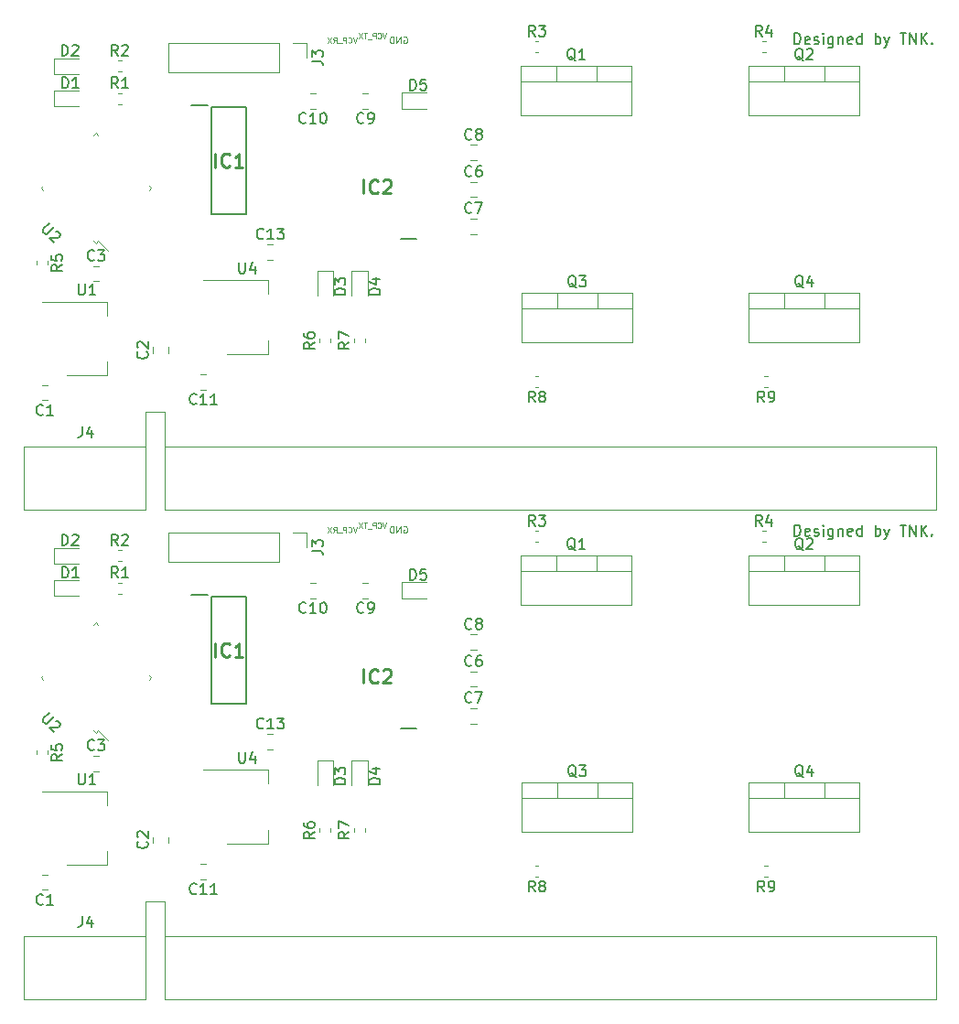
<source format=gto>
G04 #@! TF.GenerationSoftware,KiCad,Pcbnew,(5.1.5)-3*
G04 #@! TF.CreationDate,2019-12-27T07:31:54+09:00*
G04 #@! TF.ProjectId,CAN_H-Bridge_Solo_MD_fin,43414e5f-482d-4427-9269-6467655f536f,rev?*
G04 #@! TF.SameCoordinates,Original*
G04 #@! TF.FileFunction,Legend,Top*
G04 #@! TF.FilePolarity,Positive*
%FSLAX46Y46*%
G04 Gerber Fmt 4.6, Leading zero omitted, Abs format (unit mm)*
G04 Created by KiCad (PCBNEW (5.1.5)-3) date 2019-12-27 07:31:54*
%MOMM*%
%LPD*%
G04 APERTURE LIST*
%ADD10C,0.150000*%
%ADD11C,0.080000*%
%ADD12C,0.090000*%
%ADD13C,0.120000*%
%ADD14C,0.200000*%
%ADD15C,0.254000*%
G04 APERTURE END LIST*
D10*
X176642857Y-68452380D02*
X176642857Y-67452380D01*
X176880952Y-67452380D01*
X177023809Y-67500000D01*
X177119047Y-67595238D01*
X177166666Y-67690476D01*
X177214285Y-67880952D01*
X177214285Y-68023809D01*
X177166666Y-68214285D01*
X177119047Y-68309523D01*
X177023809Y-68404761D01*
X176880952Y-68452380D01*
X176642857Y-68452380D01*
X178023809Y-68404761D02*
X177928571Y-68452380D01*
X177738095Y-68452380D01*
X177642857Y-68404761D01*
X177595238Y-68309523D01*
X177595238Y-67928571D01*
X177642857Y-67833333D01*
X177738095Y-67785714D01*
X177928571Y-67785714D01*
X178023809Y-67833333D01*
X178071428Y-67928571D01*
X178071428Y-68023809D01*
X177595238Y-68119047D01*
X178452380Y-68404761D02*
X178547619Y-68452380D01*
X178738095Y-68452380D01*
X178833333Y-68404761D01*
X178880952Y-68309523D01*
X178880952Y-68261904D01*
X178833333Y-68166666D01*
X178738095Y-68119047D01*
X178595238Y-68119047D01*
X178500000Y-68071428D01*
X178452380Y-67976190D01*
X178452380Y-67928571D01*
X178500000Y-67833333D01*
X178595238Y-67785714D01*
X178738095Y-67785714D01*
X178833333Y-67833333D01*
X179309523Y-68452380D02*
X179309523Y-67785714D01*
X179309523Y-67452380D02*
X179261904Y-67500000D01*
X179309523Y-67547619D01*
X179357142Y-67500000D01*
X179309523Y-67452380D01*
X179309523Y-67547619D01*
X180214285Y-67785714D02*
X180214285Y-68595238D01*
X180166666Y-68690476D01*
X180119047Y-68738095D01*
X180023809Y-68785714D01*
X179880952Y-68785714D01*
X179785714Y-68738095D01*
X180214285Y-68404761D02*
X180119047Y-68452380D01*
X179928571Y-68452380D01*
X179833333Y-68404761D01*
X179785714Y-68357142D01*
X179738095Y-68261904D01*
X179738095Y-67976190D01*
X179785714Y-67880952D01*
X179833333Y-67833333D01*
X179928571Y-67785714D01*
X180119047Y-67785714D01*
X180214285Y-67833333D01*
X180690476Y-67785714D02*
X180690476Y-68452380D01*
X180690476Y-67880952D02*
X180738095Y-67833333D01*
X180833333Y-67785714D01*
X180976190Y-67785714D01*
X181071428Y-67833333D01*
X181119047Y-67928571D01*
X181119047Y-68452380D01*
X181976190Y-68404761D02*
X181880952Y-68452380D01*
X181690476Y-68452380D01*
X181595238Y-68404761D01*
X181547619Y-68309523D01*
X181547619Y-67928571D01*
X181595238Y-67833333D01*
X181690476Y-67785714D01*
X181880952Y-67785714D01*
X181976190Y-67833333D01*
X182023809Y-67928571D01*
X182023809Y-68023809D01*
X181547619Y-68119047D01*
X182880952Y-68452380D02*
X182880952Y-67452380D01*
X182880952Y-68404761D02*
X182785714Y-68452380D01*
X182595238Y-68452380D01*
X182500000Y-68404761D01*
X182452380Y-68357142D01*
X182404761Y-68261904D01*
X182404761Y-67976190D01*
X182452380Y-67880952D01*
X182500000Y-67833333D01*
X182595238Y-67785714D01*
X182785714Y-67785714D01*
X182880952Y-67833333D01*
X184119047Y-68452380D02*
X184119047Y-67452380D01*
X184119047Y-67833333D02*
X184214285Y-67785714D01*
X184404761Y-67785714D01*
X184500000Y-67833333D01*
X184547619Y-67880952D01*
X184595238Y-67976190D01*
X184595238Y-68261904D01*
X184547619Y-68357142D01*
X184500000Y-68404761D01*
X184404761Y-68452380D01*
X184214285Y-68452380D01*
X184119047Y-68404761D01*
X184928571Y-67785714D02*
X185166666Y-68452380D01*
X185404761Y-67785714D02*
X185166666Y-68452380D01*
X185071428Y-68690476D01*
X185023809Y-68738095D01*
X184928571Y-68785714D01*
X186404761Y-67452380D02*
X186976190Y-67452380D01*
X186690476Y-68452380D02*
X186690476Y-67452380D01*
X187309523Y-68452380D02*
X187309523Y-67452380D01*
X187880952Y-68452380D01*
X187880952Y-67452380D01*
X188357142Y-68452380D02*
X188357142Y-67452380D01*
X188928571Y-68452380D02*
X188500000Y-67880952D01*
X188928571Y-67452380D02*
X188357142Y-68023809D01*
X189357142Y-68357142D02*
X189404761Y-68404761D01*
X189357142Y-68452380D01*
X189309523Y-68404761D01*
X189357142Y-68357142D01*
X189357142Y-68452380D01*
X176642857Y-68452380D02*
X176642857Y-67452380D01*
X176880952Y-67452380D01*
X177023809Y-67500000D01*
X177119047Y-67595238D01*
X177166666Y-67690476D01*
X177214285Y-67880952D01*
X177214285Y-68023809D01*
X177166666Y-68214285D01*
X177119047Y-68309523D01*
X177023809Y-68404761D01*
X176880952Y-68452380D01*
X176642857Y-68452380D01*
X178023809Y-68404761D02*
X177928571Y-68452380D01*
X177738095Y-68452380D01*
X177642857Y-68404761D01*
X177595238Y-68309523D01*
X177595238Y-67928571D01*
X177642857Y-67833333D01*
X177738095Y-67785714D01*
X177928571Y-67785714D01*
X178023809Y-67833333D01*
X178071428Y-67928571D01*
X178071428Y-68023809D01*
X177595238Y-68119047D01*
X178452380Y-68404761D02*
X178547619Y-68452380D01*
X178738095Y-68452380D01*
X178833333Y-68404761D01*
X178880952Y-68309523D01*
X178880952Y-68261904D01*
X178833333Y-68166666D01*
X178738095Y-68119047D01*
X178595238Y-68119047D01*
X178500000Y-68071428D01*
X178452380Y-67976190D01*
X178452380Y-67928571D01*
X178500000Y-67833333D01*
X178595238Y-67785714D01*
X178738095Y-67785714D01*
X178833333Y-67833333D01*
X179309523Y-68452380D02*
X179309523Y-67785714D01*
X179309523Y-67452380D02*
X179261904Y-67500000D01*
X179309523Y-67547619D01*
X179357142Y-67500000D01*
X179309523Y-67452380D01*
X179309523Y-67547619D01*
X180214285Y-67785714D02*
X180214285Y-68595238D01*
X180166666Y-68690476D01*
X180119047Y-68738095D01*
X180023809Y-68785714D01*
X179880952Y-68785714D01*
X179785714Y-68738095D01*
X180214285Y-68404761D02*
X180119047Y-68452380D01*
X179928571Y-68452380D01*
X179833333Y-68404761D01*
X179785714Y-68357142D01*
X179738095Y-68261904D01*
X179738095Y-67976190D01*
X179785714Y-67880952D01*
X179833333Y-67833333D01*
X179928571Y-67785714D01*
X180119047Y-67785714D01*
X180214285Y-67833333D01*
X180690476Y-67785714D02*
X180690476Y-68452380D01*
X180690476Y-67880952D02*
X180738095Y-67833333D01*
X180833333Y-67785714D01*
X180976190Y-67785714D01*
X181071428Y-67833333D01*
X181119047Y-67928571D01*
X181119047Y-68452380D01*
X181976190Y-68404761D02*
X181880952Y-68452380D01*
X181690476Y-68452380D01*
X181595238Y-68404761D01*
X181547619Y-68309523D01*
X181547619Y-67928571D01*
X181595238Y-67833333D01*
X181690476Y-67785714D01*
X181880952Y-67785714D01*
X181976190Y-67833333D01*
X182023809Y-67928571D01*
X182023809Y-68023809D01*
X181547619Y-68119047D01*
X182880952Y-68452380D02*
X182880952Y-67452380D01*
X182880952Y-68404761D02*
X182785714Y-68452380D01*
X182595238Y-68452380D01*
X182500000Y-68404761D01*
X182452380Y-68357142D01*
X182404761Y-68261904D01*
X182404761Y-67976190D01*
X182452380Y-67880952D01*
X182500000Y-67833333D01*
X182595238Y-67785714D01*
X182785714Y-67785714D01*
X182880952Y-67833333D01*
X184119047Y-68452380D02*
X184119047Y-67452380D01*
X184119047Y-67833333D02*
X184214285Y-67785714D01*
X184404761Y-67785714D01*
X184500000Y-67833333D01*
X184547619Y-67880952D01*
X184595238Y-67976190D01*
X184595238Y-68261904D01*
X184547619Y-68357142D01*
X184500000Y-68404761D01*
X184404761Y-68452380D01*
X184214285Y-68452380D01*
X184119047Y-68404761D01*
X184928571Y-67785714D02*
X185166666Y-68452380D01*
X185404761Y-67785714D02*
X185166666Y-68452380D01*
X185071428Y-68690476D01*
X185023809Y-68738095D01*
X184928571Y-68785714D01*
X186404761Y-67452380D02*
X186976190Y-67452380D01*
X186690476Y-68452380D02*
X186690476Y-67452380D01*
X187309523Y-68452380D02*
X187309523Y-67452380D01*
X187880952Y-68452380D01*
X187880952Y-67452380D01*
X188357142Y-68452380D02*
X188357142Y-67452380D01*
X188928571Y-68452380D02*
X188500000Y-67880952D01*
X188928571Y-67452380D02*
X188357142Y-68023809D01*
X189357142Y-68357142D02*
X189404761Y-68404761D01*
X189357142Y-68452380D01*
X189309523Y-68404761D01*
X189357142Y-68357142D01*
X189357142Y-68452380D01*
X176642857Y-113952380D02*
X176642857Y-112952380D01*
X176880952Y-112952380D01*
X177023809Y-113000000D01*
X177119047Y-113095238D01*
X177166666Y-113190476D01*
X177214285Y-113380952D01*
X177214285Y-113523809D01*
X177166666Y-113714285D01*
X177119047Y-113809523D01*
X177023809Y-113904761D01*
X176880952Y-113952380D01*
X176642857Y-113952380D01*
X178023809Y-113904761D02*
X177928571Y-113952380D01*
X177738095Y-113952380D01*
X177642857Y-113904761D01*
X177595238Y-113809523D01*
X177595238Y-113428571D01*
X177642857Y-113333333D01*
X177738095Y-113285714D01*
X177928571Y-113285714D01*
X178023809Y-113333333D01*
X178071428Y-113428571D01*
X178071428Y-113523809D01*
X177595238Y-113619047D01*
X178452380Y-113904761D02*
X178547619Y-113952380D01*
X178738095Y-113952380D01*
X178833333Y-113904761D01*
X178880952Y-113809523D01*
X178880952Y-113761904D01*
X178833333Y-113666666D01*
X178738095Y-113619047D01*
X178595238Y-113619047D01*
X178500000Y-113571428D01*
X178452380Y-113476190D01*
X178452380Y-113428571D01*
X178500000Y-113333333D01*
X178595238Y-113285714D01*
X178738095Y-113285714D01*
X178833333Y-113333333D01*
X179309523Y-113952380D02*
X179309523Y-113285714D01*
X179309523Y-112952380D02*
X179261904Y-113000000D01*
X179309523Y-113047619D01*
X179357142Y-113000000D01*
X179309523Y-112952380D01*
X179309523Y-113047619D01*
X180214285Y-113285714D02*
X180214285Y-114095238D01*
X180166666Y-114190476D01*
X180119047Y-114238095D01*
X180023809Y-114285714D01*
X179880952Y-114285714D01*
X179785714Y-114238095D01*
X180214285Y-113904761D02*
X180119047Y-113952380D01*
X179928571Y-113952380D01*
X179833333Y-113904761D01*
X179785714Y-113857142D01*
X179738095Y-113761904D01*
X179738095Y-113476190D01*
X179785714Y-113380952D01*
X179833333Y-113333333D01*
X179928571Y-113285714D01*
X180119047Y-113285714D01*
X180214285Y-113333333D01*
X180690476Y-113285714D02*
X180690476Y-113952380D01*
X180690476Y-113380952D02*
X180738095Y-113333333D01*
X180833333Y-113285714D01*
X180976190Y-113285714D01*
X181071428Y-113333333D01*
X181119047Y-113428571D01*
X181119047Y-113952380D01*
X181976190Y-113904761D02*
X181880952Y-113952380D01*
X181690476Y-113952380D01*
X181595238Y-113904761D01*
X181547619Y-113809523D01*
X181547619Y-113428571D01*
X181595238Y-113333333D01*
X181690476Y-113285714D01*
X181880952Y-113285714D01*
X181976190Y-113333333D01*
X182023809Y-113428571D01*
X182023809Y-113523809D01*
X181547619Y-113619047D01*
X182880952Y-113952380D02*
X182880952Y-112952380D01*
X182880952Y-113904761D02*
X182785714Y-113952380D01*
X182595238Y-113952380D01*
X182500000Y-113904761D01*
X182452380Y-113857142D01*
X182404761Y-113761904D01*
X182404761Y-113476190D01*
X182452380Y-113380952D01*
X182500000Y-113333333D01*
X182595238Y-113285714D01*
X182785714Y-113285714D01*
X182880952Y-113333333D01*
X184119047Y-113952380D02*
X184119047Y-112952380D01*
X184119047Y-113333333D02*
X184214285Y-113285714D01*
X184404761Y-113285714D01*
X184500000Y-113333333D01*
X184547619Y-113380952D01*
X184595238Y-113476190D01*
X184595238Y-113761904D01*
X184547619Y-113857142D01*
X184500000Y-113904761D01*
X184404761Y-113952380D01*
X184214285Y-113952380D01*
X184119047Y-113904761D01*
X184928571Y-113285714D02*
X185166666Y-113952380D01*
X185404761Y-113285714D02*
X185166666Y-113952380D01*
X185071428Y-114190476D01*
X185023809Y-114238095D01*
X184928571Y-114285714D01*
X186404761Y-112952380D02*
X186976190Y-112952380D01*
X186690476Y-113952380D02*
X186690476Y-112952380D01*
X187309523Y-113952380D02*
X187309523Y-112952380D01*
X187880952Y-113952380D01*
X187880952Y-112952380D01*
X188357142Y-113952380D02*
X188357142Y-112952380D01*
X188928571Y-113952380D02*
X188500000Y-113380952D01*
X188928571Y-112952380D02*
X188357142Y-113523809D01*
X189357142Y-113857142D02*
X189404761Y-113904761D01*
X189357142Y-113952380D01*
X189309523Y-113904761D01*
X189357142Y-113857142D01*
X189357142Y-113952380D01*
D11*
X136145238Y-67826190D02*
X135978571Y-68326190D01*
X135811904Y-67826190D01*
X135359523Y-68278571D02*
X135383333Y-68302380D01*
X135454761Y-68326190D01*
X135502380Y-68326190D01*
X135573809Y-68302380D01*
X135621428Y-68254761D01*
X135645238Y-68207142D01*
X135669047Y-68111904D01*
X135669047Y-68040476D01*
X135645238Y-67945238D01*
X135621428Y-67897619D01*
X135573809Y-67850000D01*
X135502380Y-67826190D01*
X135454761Y-67826190D01*
X135383333Y-67850000D01*
X135359523Y-67873809D01*
X135145238Y-68326190D02*
X135145238Y-67826190D01*
X134954761Y-67826190D01*
X134907142Y-67850000D01*
X134883333Y-67873809D01*
X134859523Y-67921428D01*
X134859523Y-67992857D01*
X134883333Y-68040476D01*
X134907142Y-68064285D01*
X134954761Y-68088095D01*
X135145238Y-68088095D01*
X134764285Y-68373809D02*
X134383333Y-68373809D01*
X133978571Y-68326190D02*
X134145238Y-68088095D01*
X134264285Y-68326190D02*
X134264285Y-67826190D01*
X134073809Y-67826190D01*
X134026190Y-67850000D01*
X134002380Y-67873809D01*
X133978571Y-67921428D01*
X133978571Y-67992857D01*
X134002380Y-68040476D01*
X134026190Y-68064285D01*
X134073809Y-68088095D01*
X134264285Y-68088095D01*
X133811904Y-67826190D02*
X133478571Y-68326190D01*
X133478571Y-67826190D02*
X133811904Y-68326190D01*
X138885714Y-67426190D02*
X138719047Y-67926190D01*
X138552380Y-67426190D01*
X138100000Y-67878571D02*
X138123809Y-67902380D01*
X138195238Y-67926190D01*
X138242857Y-67926190D01*
X138314285Y-67902380D01*
X138361904Y-67854761D01*
X138385714Y-67807142D01*
X138409523Y-67711904D01*
X138409523Y-67640476D01*
X138385714Y-67545238D01*
X138361904Y-67497619D01*
X138314285Y-67450000D01*
X138242857Y-67426190D01*
X138195238Y-67426190D01*
X138123809Y-67450000D01*
X138100000Y-67473809D01*
X137885714Y-67926190D02*
X137885714Y-67426190D01*
X137695238Y-67426190D01*
X137647619Y-67450000D01*
X137623809Y-67473809D01*
X137600000Y-67521428D01*
X137600000Y-67592857D01*
X137623809Y-67640476D01*
X137647619Y-67664285D01*
X137695238Y-67688095D01*
X137885714Y-67688095D01*
X137504761Y-67973809D02*
X137123809Y-67973809D01*
X137076190Y-67426190D02*
X136790476Y-67426190D01*
X136933333Y-67926190D02*
X136933333Y-67426190D01*
X136671428Y-67426190D02*
X136338095Y-67926190D01*
X136338095Y-67426190D02*
X136671428Y-67926190D01*
D12*
X140457142Y-67800000D02*
X140514285Y-67771428D01*
X140600000Y-67771428D01*
X140685714Y-67800000D01*
X140742857Y-67857142D01*
X140771428Y-67914285D01*
X140800000Y-68028571D01*
X140800000Y-68114285D01*
X140771428Y-68228571D01*
X140742857Y-68285714D01*
X140685714Y-68342857D01*
X140600000Y-68371428D01*
X140542857Y-68371428D01*
X140457142Y-68342857D01*
X140428571Y-68314285D01*
X140428571Y-68114285D01*
X140542857Y-68114285D01*
X140171428Y-68371428D02*
X140171428Y-67771428D01*
X139828571Y-68371428D01*
X139828571Y-67771428D01*
X139542857Y-68371428D02*
X139542857Y-67771428D01*
X139400000Y-67771428D01*
X139314285Y-67800000D01*
X139257142Y-67857142D01*
X139228571Y-67914285D01*
X139200000Y-68028571D01*
X139200000Y-68114285D01*
X139228571Y-68228571D01*
X139257142Y-68285714D01*
X139314285Y-68342857D01*
X139400000Y-68371428D01*
X139542857Y-68371428D01*
X140457142Y-113100000D02*
X140514285Y-113071428D01*
X140600000Y-113071428D01*
X140685714Y-113100000D01*
X140742857Y-113157142D01*
X140771428Y-113214285D01*
X140800000Y-113328571D01*
X140800000Y-113414285D01*
X140771428Y-113528571D01*
X140742857Y-113585714D01*
X140685714Y-113642857D01*
X140600000Y-113671428D01*
X140542857Y-113671428D01*
X140457142Y-113642857D01*
X140428571Y-113614285D01*
X140428571Y-113414285D01*
X140542857Y-113414285D01*
X140171428Y-113671428D02*
X140171428Y-113071428D01*
X139828571Y-113671428D01*
X139828571Y-113071428D01*
X139542857Y-113671428D02*
X139542857Y-113071428D01*
X139400000Y-113071428D01*
X139314285Y-113100000D01*
X139257142Y-113157142D01*
X139228571Y-113214285D01*
X139200000Y-113328571D01*
X139200000Y-113414285D01*
X139228571Y-113528571D01*
X139257142Y-113585714D01*
X139314285Y-113642857D01*
X139400000Y-113671428D01*
X139542857Y-113671428D01*
D11*
X138885714Y-112726190D02*
X138719047Y-113226190D01*
X138552380Y-112726190D01*
X138100000Y-113178571D02*
X138123809Y-113202380D01*
X138195238Y-113226190D01*
X138242857Y-113226190D01*
X138314285Y-113202380D01*
X138361904Y-113154761D01*
X138385714Y-113107142D01*
X138409523Y-113011904D01*
X138409523Y-112940476D01*
X138385714Y-112845238D01*
X138361904Y-112797619D01*
X138314285Y-112750000D01*
X138242857Y-112726190D01*
X138195238Y-112726190D01*
X138123809Y-112750000D01*
X138100000Y-112773809D01*
X137885714Y-113226190D02*
X137885714Y-112726190D01*
X137695238Y-112726190D01*
X137647619Y-112750000D01*
X137623809Y-112773809D01*
X137600000Y-112821428D01*
X137600000Y-112892857D01*
X137623809Y-112940476D01*
X137647619Y-112964285D01*
X137695238Y-112988095D01*
X137885714Y-112988095D01*
X137504761Y-113273809D02*
X137123809Y-113273809D01*
X137076190Y-112726190D02*
X136790476Y-112726190D01*
X136933333Y-113226190D02*
X136933333Y-112726190D01*
X136671428Y-112726190D02*
X136338095Y-113226190D01*
X136338095Y-112726190D02*
X136671428Y-113226190D01*
X136145238Y-113126190D02*
X135978571Y-113626190D01*
X135811904Y-113126190D01*
X135359523Y-113578571D02*
X135383333Y-113602380D01*
X135454761Y-113626190D01*
X135502380Y-113626190D01*
X135573809Y-113602380D01*
X135621428Y-113554761D01*
X135645238Y-113507142D01*
X135669047Y-113411904D01*
X135669047Y-113340476D01*
X135645238Y-113245238D01*
X135621428Y-113197619D01*
X135573809Y-113150000D01*
X135502380Y-113126190D01*
X135454761Y-113126190D01*
X135383333Y-113150000D01*
X135359523Y-113173809D01*
X135145238Y-113626190D02*
X135145238Y-113126190D01*
X134954761Y-113126190D01*
X134907142Y-113150000D01*
X134883333Y-113173809D01*
X134859523Y-113221428D01*
X134859523Y-113292857D01*
X134883333Y-113340476D01*
X134907142Y-113364285D01*
X134954761Y-113388095D01*
X135145238Y-113388095D01*
X134764285Y-113673809D02*
X134383333Y-113673809D01*
X133978571Y-113626190D02*
X134145238Y-113388095D01*
X134264285Y-113626190D02*
X134264285Y-113126190D01*
X134073809Y-113126190D01*
X134026190Y-113150000D01*
X134002380Y-113173809D01*
X133978571Y-113221428D01*
X133978571Y-113292857D01*
X134002380Y-113340476D01*
X134026190Y-113364285D01*
X134073809Y-113388095D01*
X134264285Y-113388095D01*
X133811904Y-113126190D02*
X133478571Y-113626190D01*
X133478571Y-113126190D02*
X133811904Y-113626190D01*
D13*
X173624721Y-68190000D02*
X173950279Y-68190000D01*
X173624721Y-69210000D02*
X173950279Y-69210000D01*
X132690000Y-96050279D02*
X132690000Y-95724721D01*
X133710000Y-96050279D02*
X133710000Y-95724721D01*
X172420000Y-91430000D02*
X182660000Y-91430000D01*
X172420000Y-96071000D02*
X182660000Y-96071000D01*
X172420000Y-91430000D02*
X172420000Y-96071000D01*
X182660000Y-91430000D02*
X182660000Y-96071000D01*
X172420000Y-92940000D02*
X182660000Y-92940000D01*
X175690000Y-91430000D02*
X175690000Y-92940000D01*
X179391000Y-91430000D02*
X179391000Y-92940000D01*
X133935000Y-91687500D02*
X133935000Y-89402500D01*
X133935000Y-89402500D02*
X132465000Y-89402500D01*
X132465000Y-89402500D02*
X132465000Y-91687500D01*
X189700000Y-105700000D02*
X189700000Y-111500000D01*
X118400000Y-105700000D02*
X118400000Y-111500000D01*
X118400000Y-111500000D02*
X189700000Y-111500000D01*
X189700000Y-105700000D02*
X118400000Y-105700000D01*
X105300000Y-111500000D02*
X105300000Y-105700000D01*
X116600000Y-111500000D02*
X105300000Y-111500000D01*
X116600000Y-105700000D02*
X116600000Y-111500000D01*
X105300000Y-105700000D02*
X116600000Y-105700000D01*
X118400000Y-102500000D02*
X118400000Y-105700000D01*
X116600000Y-102500000D02*
X118400000Y-102500000D01*
X116600000Y-105700000D02*
X116600000Y-102500000D01*
X137135000Y-91687500D02*
X137135000Y-89402500D01*
X137135000Y-89402500D02*
X135665000Y-89402500D01*
X135665000Y-89402500D02*
X135665000Y-91687500D01*
D14*
X141675000Y-86500000D02*
X140200000Y-86500000D01*
D13*
X151340000Y-70430000D02*
X161580000Y-70430000D01*
X151340000Y-75071000D02*
X161580000Y-75071000D01*
X151340000Y-70430000D02*
X151340000Y-75071000D01*
X161580000Y-70430000D02*
X161580000Y-75071000D01*
X151340000Y-71940000D02*
X161580000Y-71940000D01*
X154610000Y-70430000D02*
X154610000Y-71940000D01*
X158311000Y-70430000D02*
X158311000Y-71940000D01*
D14*
X122688000Y-74305000D02*
X125888000Y-74305000D01*
X125888000Y-74305000D02*
X125888000Y-84205000D01*
X125888000Y-84205000D02*
X122688000Y-84205000D01*
X122688000Y-84205000D02*
X122688000Y-74305000D01*
X120813000Y-74135000D02*
X122338000Y-74135000D01*
D13*
X152624721Y-68190000D02*
X152950279Y-68190000D01*
X152624721Y-69210000D02*
X152950279Y-69210000D01*
X114024721Y-69990000D02*
X114350279Y-69990000D01*
X114024721Y-71010000D02*
X114350279Y-71010000D01*
X107510000Y-88537221D02*
X107510000Y-88862779D01*
X106490000Y-88537221D02*
X106490000Y-88862779D01*
X151420000Y-91430000D02*
X161660000Y-91430000D01*
X151420000Y-96071000D02*
X161660000Y-96071000D01*
X151420000Y-91430000D02*
X151420000Y-96071000D01*
X161660000Y-91430000D02*
X161660000Y-96071000D01*
X151420000Y-92940000D02*
X161660000Y-92940000D01*
X154690000Y-91430000D02*
X154690000Y-92940000D01*
X158391000Y-91430000D02*
X158391000Y-92940000D01*
X172420000Y-70430000D02*
X182660000Y-70430000D01*
X172420000Y-75071000D02*
X182660000Y-75071000D01*
X172420000Y-70430000D02*
X172420000Y-75071000D01*
X182660000Y-70430000D02*
X182660000Y-75071000D01*
X172420000Y-71940000D02*
X182660000Y-71940000D01*
X175690000Y-70430000D02*
X175690000Y-71940000D01*
X179391000Y-70430000D02*
X179391000Y-71940000D01*
X110387500Y-69765000D02*
X108102500Y-69765000D01*
X108102500Y-69765000D02*
X108102500Y-71235000D01*
X108102500Y-71235000D02*
X110387500Y-71235000D01*
X118710000Y-68370000D02*
X118710000Y-71030000D01*
X128930000Y-68370000D02*
X118710000Y-68370000D01*
X128930000Y-71030000D02*
X118710000Y-71030000D01*
X128930000Y-68370000D02*
X128930000Y-71030000D01*
X130200000Y-68370000D02*
X131530000Y-68370000D01*
X131530000Y-68370000D02*
X131530000Y-69700000D01*
X142587500Y-72965000D02*
X140302500Y-72965000D01*
X140302500Y-72965000D02*
X140302500Y-74435000D01*
X140302500Y-74435000D02*
X142587500Y-74435000D01*
X146678922Y-84590000D02*
X147196078Y-84590000D01*
X146678922Y-86010000D02*
X147196078Y-86010000D01*
X114049721Y-72990000D02*
X114375279Y-72990000D01*
X114049721Y-74010000D02*
X114375279Y-74010000D01*
X112212132Y-76874751D02*
X112000000Y-76662619D01*
X112000000Y-76662619D02*
X111787868Y-76874751D01*
X116893179Y-81555798D02*
X117105311Y-81767930D01*
X117105311Y-81767930D02*
X116893179Y-81980062D01*
X107106821Y-81980062D02*
X106894689Y-81767930D01*
X106894689Y-81767930D02*
X107106821Y-81555798D01*
X111787868Y-86661109D02*
X112000000Y-86873241D01*
X112000000Y-86873241D02*
X112212132Y-86661109D01*
X112212132Y-86661109D02*
X113141977Y-87590954D01*
X135890000Y-96050279D02*
X135890000Y-95724721D01*
X136910000Y-96050279D02*
X136910000Y-95724721D01*
X152950279Y-100210000D02*
X152624721Y-100210000D01*
X152950279Y-99190000D02*
X152624721Y-99190000D01*
X174162779Y-100210000D02*
X173837221Y-100210000D01*
X174162779Y-99190000D02*
X173837221Y-99190000D01*
X113060000Y-99110000D02*
X113060000Y-97850000D01*
X113060000Y-92290000D02*
X113060000Y-93550000D01*
X109300000Y-99110000D02*
X113060000Y-99110000D01*
X107050000Y-92290000D02*
X113060000Y-92290000D01*
X127910000Y-97110000D02*
X127910000Y-95850000D01*
X127910000Y-90290000D02*
X127910000Y-91550000D01*
X124150000Y-97110000D02*
X127910000Y-97110000D01*
X121900000Y-90290000D02*
X127910000Y-90290000D01*
X107521078Y-101410000D02*
X107003922Y-101410000D01*
X107521078Y-99990000D02*
X107003922Y-99990000D01*
X111741422Y-88990000D02*
X112258578Y-88990000D01*
X111741422Y-90410000D02*
X112258578Y-90410000D01*
X117290000Y-97021078D02*
X117290000Y-96503922D01*
X118710000Y-97021078D02*
X118710000Y-96503922D01*
X132321078Y-74410000D02*
X131803922Y-74410000D01*
X132321078Y-72990000D02*
X131803922Y-72990000D01*
X122196078Y-100410000D02*
X121678922Y-100410000D01*
X122196078Y-98990000D02*
X121678922Y-98990000D01*
X127878922Y-86990000D02*
X128396078Y-86990000D01*
X127878922Y-88410000D02*
X128396078Y-88410000D01*
X110412500Y-72765000D02*
X108127500Y-72765000D01*
X108127500Y-72765000D02*
X108127500Y-74235000D01*
X108127500Y-74235000D02*
X110412500Y-74235000D01*
X137196078Y-74410000D02*
X136678922Y-74410000D01*
X137196078Y-72990000D02*
X136678922Y-72990000D01*
X146678922Y-81190000D02*
X147196078Y-81190000D01*
X146678922Y-82610000D02*
X147196078Y-82610000D01*
X146678922Y-77790000D02*
X147196078Y-77790000D01*
X146678922Y-79210000D02*
X147196078Y-79210000D01*
X114049721Y-119310000D02*
X114375279Y-119310000D01*
X114049721Y-118290000D02*
X114375279Y-118290000D01*
X146678922Y-131310000D02*
X147196078Y-131310000D01*
X146678922Y-129890000D02*
X147196078Y-129890000D01*
X121900000Y-135590000D02*
X127910000Y-135590000D01*
X124150000Y-142410000D02*
X127910000Y-142410000D01*
X127910000Y-135590000D02*
X127910000Y-136850000D01*
X127910000Y-142410000D02*
X127910000Y-141150000D01*
X112212132Y-131961109D02*
X113141977Y-132890954D01*
X112000000Y-132173241D02*
X112212132Y-131961109D01*
X111787868Y-131961109D02*
X112000000Y-132173241D01*
X106894689Y-127067930D02*
X107106821Y-126855798D01*
X107106821Y-127280062D02*
X106894689Y-127067930D01*
X117105311Y-127067930D02*
X116893179Y-127280062D01*
X116893179Y-126855798D02*
X117105311Y-127067930D01*
X112000000Y-121962619D02*
X111787868Y-122174751D01*
X112212132Y-122174751D02*
X112000000Y-121962619D01*
X107050000Y-137590000D02*
X113060000Y-137590000D01*
X109300000Y-144410000D02*
X113060000Y-144410000D01*
X113060000Y-137590000D02*
X113060000Y-138850000D01*
X113060000Y-144410000D02*
X113060000Y-143150000D01*
X174162779Y-144490000D02*
X173837221Y-144490000D01*
X174162779Y-145510000D02*
X173837221Y-145510000D01*
X152950279Y-144490000D02*
X152624721Y-144490000D01*
X152950279Y-145510000D02*
X152624721Y-145510000D01*
X136910000Y-141350279D02*
X136910000Y-141024721D01*
X135890000Y-141350279D02*
X135890000Y-141024721D01*
X133710000Y-141350279D02*
X133710000Y-141024721D01*
X132690000Y-141350279D02*
X132690000Y-141024721D01*
X106490000Y-133837221D02*
X106490000Y-134162779D01*
X107510000Y-133837221D02*
X107510000Y-134162779D01*
X173624721Y-114510000D02*
X173950279Y-114510000D01*
X173624721Y-113490000D02*
X173950279Y-113490000D01*
X152624721Y-114510000D02*
X152950279Y-114510000D01*
X152624721Y-113490000D02*
X152950279Y-113490000D01*
X114024721Y-116310000D02*
X114350279Y-116310000D01*
X114024721Y-115290000D02*
X114350279Y-115290000D01*
X179391000Y-136730000D02*
X179391000Y-138240000D01*
X175690000Y-136730000D02*
X175690000Y-138240000D01*
X172420000Y-138240000D02*
X182660000Y-138240000D01*
X182660000Y-136730000D02*
X182660000Y-141371000D01*
X172420000Y-136730000D02*
X172420000Y-141371000D01*
X172420000Y-141371000D02*
X182660000Y-141371000D01*
X172420000Y-136730000D02*
X182660000Y-136730000D01*
X158391000Y-136730000D02*
X158391000Y-138240000D01*
X154690000Y-136730000D02*
X154690000Y-138240000D01*
X151420000Y-138240000D02*
X161660000Y-138240000D01*
X161660000Y-136730000D02*
X161660000Y-141371000D01*
X151420000Y-136730000D02*
X151420000Y-141371000D01*
X151420000Y-141371000D02*
X161660000Y-141371000D01*
X151420000Y-136730000D02*
X161660000Y-136730000D01*
X179391000Y-115730000D02*
X179391000Y-117240000D01*
X175690000Y-115730000D02*
X175690000Y-117240000D01*
X172420000Y-117240000D02*
X182660000Y-117240000D01*
X182660000Y-115730000D02*
X182660000Y-120371000D01*
X172420000Y-115730000D02*
X172420000Y-120371000D01*
X172420000Y-120371000D02*
X182660000Y-120371000D01*
X172420000Y-115730000D02*
X182660000Y-115730000D01*
X158311000Y-115730000D02*
X158311000Y-117240000D01*
X154610000Y-115730000D02*
X154610000Y-117240000D01*
X151340000Y-117240000D02*
X161580000Y-117240000D01*
X161580000Y-115730000D02*
X161580000Y-120371000D01*
X151340000Y-115730000D02*
X151340000Y-120371000D01*
X151340000Y-120371000D02*
X161580000Y-120371000D01*
X151340000Y-115730000D02*
X161580000Y-115730000D01*
X116600000Y-151000000D02*
X116600000Y-147800000D01*
X116600000Y-147800000D02*
X118400000Y-147800000D01*
X118400000Y-147800000D02*
X118400000Y-151000000D01*
X105300000Y-151000000D02*
X116600000Y-151000000D01*
X116600000Y-151000000D02*
X116600000Y-156800000D01*
X116600000Y-156800000D02*
X105300000Y-156800000D01*
X105300000Y-156800000D02*
X105300000Y-151000000D01*
X189700000Y-151000000D02*
X118400000Y-151000000D01*
X118400000Y-156800000D02*
X189700000Y-156800000D01*
X118400000Y-151000000D02*
X118400000Y-156800000D01*
X189700000Y-151000000D02*
X189700000Y-156800000D01*
X131530000Y-113670000D02*
X131530000Y-115000000D01*
X130200000Y-113670000D02*
X131530000Y-113670000D01*
X128930000Y-113670000D02*
X128930000Y-116330000D01*
X128930000Y-116330000D02*
X118710000Y-116330000D01*
X128930000Y-113670000D02*
X118710000Y-113670000D01*
X118710000Y-113670000D02*
X118710000Y-116330000D01*
D14*
X141675000Y-131800000D02*
X140200000Y-131800000D01*
X120813000Y-119435000D02*
X122338000Y-119435000D01*
X122688000Y-129505000D02*
X122688000Y-119605000D01*
X125888000Y-129505000D02*
X122688000Y-129505000D01*
X125888000Y-119605000D02*
X125888000Y-129505000D01*
X122688000Y-119605000D02*
X125888000Y-119605000D01*
D13*
X140302500Y-119735000D02*
X142587500Y-119735000D01*
X140302500Y-118265000D02*
X140302500Y-119735000D01*
X142587500Y-118265000D02*
X140302500Y-118265000D01*
X135665000Y-134702500D02*
X135665000Y-136987500D01*
X137135000Y-134702500D02*
X135665000Y-134702500D01*
X137135000Y-136987500D02*
X137135000Y-134702500D01*
X132465000Y-134702500D02*
X132465000Y-136987500D01*
X133935000Y-134702500D02*
X132465000Y-134702500D01*
X133935000Y-136987500D02*
X133935000Y-134702500D01*
X108102500Y-116535000D02*
X110387500Y-116535000D01*
X108102500Y-115065000D02*
X108102500Y-116535000D01*
X110387500Y-115065000D02*
X108102500Y-115065000D01*
X108127500Y-119535000D02*
X110412500Y-119535000D01*
X108127500Y-118065000D02*
X108127500Y-119535000D01*
X110412500Y-118065000D02*
X108127500Y-118065000D01*
X127878922Y-133710000D02*
X128396078Y-133710000D01*
X127878922Y-132290000D02*
X128396078Y-132290000D01*
X122196078Y-144290000D02*
X121678922Y-144290000D01*
X122196078Y-145710000D02*
X121678922Y-145710000D01*
X132321078Y-118290000D02*
X131803922Y-118290000D01*
X132321078Y-119710000D02*
X131803922Y-119710000D01*
X137196078Y-118290000D02*
X136678922Y-118290000D01*
X137196078Y-119710000D02*
X136678922Y-119710000D01*
X146678922Y-124510000D02*
X147196078Y-124510000D01*
X146678922Y-123090000D02*
X147196078Y-123090000D01*
X146678922Y-127910000D02*
X147196078Y-127910000D01*
X146678922Y-126490000D02*
X147196078Y-126490000D01*
X111741422Y-135710000D02*
X112258578Y-135710000D01*
X111741422Y-134290000D02*
X112258578Y-134290000D01*
X118710000Y-142321078D02*
X118710000Y-141803922D01*
X117290000Y-142321078D02*
X117290000Y-141803922D01*
X107521078Y-145290000D02*
X107003922Y-145290000D01*
X107521078Y-146710000D02*
X107003922Y-146710000D01*
D10*
X173620833Y-67722380D02*
X173287500Y-67246190D01*
X173049404Y-67722380D02*
X173049404Y-66722380D01*
X173430357Y-66722380D01*
X173525595Y-66770000D01*
X173573214Y-66817619D01*
X173620833Y-66912857D01*
X173620833Y-67055714D01*
X173573214Y-67150952D01*
X173525595Y-67198571D01*
X173430357Y-67246190D01*
X173049404Y-67246190D01*
X174477976Y-67055714D02*
X174477976Y-67722380D01*
X174239880Y-66674761D02*
X174001785Y-67389047D01*
X174620833Y-67389047D01*
X132222380Y-96054166D02*
X131746190Y-96387500D01*
X132222380Y-96625595D02*
X131222380Y-96625595D01*
X131222380Y-96244642D01*
X131270000Y-96149404D01*
X131317619Y-96101785D01*
X131412857Y-96054166D01*
X131555714Y-96054166D01*
X131650952Y-96101785D01*
X131698571Y-96149404D01*
X131746190Y-96244642D01*
X131746190Y-96625595D01*
X131222380Y-95197023D02*
X131222380Y-95387500D01*
X131270000Y-95482738D01*
X131317619Y-95530357D01*
X131460476Y-95625595D01*
X131650952Y-95673214D01*
X132031904Y-95673214D01*
X132127142Y-95625595D01*
X132174761Y-95577976D01*
X132222380Y-95482738D01*
X132222380Y-95292261D01*
X132174761Y-95197023D01*
X132127142Y-95149404D01*
X132031904Y-95101785D01*
X131793809Y-95101785D01*
X131698571Y-95149404D01*
X131650952Y-95197023D01*
X131603333Y-95292261D01*
X131603333Y-95482738D01*
X131650952Y-95577976D01*
X131698571Y-95625595D01*
X131793809Y-95673214D01*
X177444761Y-90977619D02*
X177349523Y-90930000D01*
X177254285Y-90834761D01*
X177111428Y-90691904D01*
X177016190Y-90644285D01*
X176920952Y-90644285D01*
X176968571Y-90882380D02*
X176873333Y-90834761D01*
X176778095Y-90739523D01*
X176730476Y-90549047D01*
X176730476Y-90215714D01*
X176778095Y-90025238D01*
X176873333Y-89930000D01*
X176968571Y-89882380D01*
X177159047Y-89882380D01*
X177254285Y-89930000D01*
X177349523Y-90025238D01*
X177397142Y-90215714D01*
X177397142Y-90549047D01*
X177349523Y-90739523D01*
X177254285Y-90834761D01*
X177159047Y-90882380D01*
X176968571Y-90882380D01*
X178254285Y-90215714D02*
X178254285Y-90882380D01*
X178016190Y-89834761D02*
X177778095Y-90549047D01*
X178397142Y-90549047D01*
X135082380Y-91625595D02*
X134082380Y-91625595D01*
X134082380Y-91387500D01*
X134130000Y-91244642D01*
X134225238Y-91149404D01*
X134320476Y-91101785D01*
X134510952Y-91054166D01*
X134653809Y-91054166D01*
X134844285Y-91101785D01*
X134939523Y-91149404D01*
X135034761Y-91244642D01*
X135082380Y-91387500D01*
X135082380Y-91625595D01*
X134082380Y-90720833D02*
X134082380Y-90101785D01*
X134463333Y-90435119D01*
X134463333Y-90292261D01*
X134510952Y-90197023D01*
X134558571Y-90149404D01*
X134653809Y-90101785D01*
X134891904Y-90101785D01*
X134987142Y-90149404D01*
X135034761Y-90197023D01*
X135082380Y-90292261D01*
X135082380Y-90577976D01*
X135034761Y-90673214D01*
X134987142Y-90720833D01*
X110716666Y-103842380D02*
X110716666Y-104556666D01*
X110669047Y-104699523D01*
X110573809Y-104794761D01*
X110430952Y-104842380D01*
X110335714Y-104842380D01*
X111621428Y-104175714D02*
X111621428Y-104842380D01*
X111383333Y-103794761D02*
X111145238Y-104509047D01*
X111764285Y-104509047D01*
X138282380Y-91625595D02*
X137282380Y-91625595D01*
X137282380Y-91387500D01*
X137330000Y-91244642D01*
X137425238Y-91149404D01*
X137520476Y-91101785D01*
X137710952Y-91054166D01*
X137853809Y-91054166D01*
X138044285Y-91101785D01*
X138139523Y-91149404D01*
X138234761Y-91244642D01*
X138282380Y-91387500D01*
X138282380Y-91625595D01*
X137615714Y-90197023D02*
X138282380Y-90197023D01*
X137234761Y-90435119D02*
X137949047Y-90673214D01*
X137949047Y-90054166D01*
D15*
X136760238Y-82274523D02*
X136760238Y-81004523D01*
X138090714Y-82153571D02*
X138030238Y-82214047D01*
X137848809Y-82274523D01*
X137727857Y-82274523D01*
X137546428Y-82214047D01*
X137425476Y-82093095D01*
X137365000Y-81972142D01*
X137304523Y-81730238D01*
X137304523Y-81548809D01*
X137365000Y-81306904D01*
X137425476Y-81185952D01*
X137546428Y-81065000D01*
X137727857Y-81004523D01*
X137848809Y-81004523D01*
X138030238Y-81065000D01*
X138090714Y-81125476D01*
X138574523Y-81125476D02*
X138635000Y-81065000D01*
X138755952Y-81004523D01*
X139058333Y-81004523D01*
X139179285Y-81065000D01*
X139239761Y-81125476D01*
X139300238Y-81246428D01*
X139300238Y-81367380D01*
X139239761Y-81548809D01*
X138514047Y-82274523D01*
X139300238Y-82274523D01*
D10*
X156364761Y-69977619D02*
X156269523Y-69930000D01*
X156174285Y-69834761D01*
X156031428Y-69691904D01*
X155936190Y-69644285D01*
X155840952Y-69644285D01*
X155888571Y-69882380D02*
X155793333Y-69834761D01*
X155698095Y-69739523D01*
X155650476Y-69549047D01*
X155650476Y-69215714D01*
X155698095Y-69025238D01*
X155793333Y-68930000D01*
X155888571Y-68882380D01*
X156079047Y-68882380D01*
X156174285Y-68930000D01*
X156269523Y-69025238D01*
X156317142Y-69215714D01*
X156317142Y-69549047D01*
X156269523Y-69739523D01*
X156174285Y-69834761D01*
X156079047Y-69882380D01*
X155888571Y-69882380D01*
X157269523Y-69882380D02*
X156698095Y-69882380D01*
X156983809Y-69882380D02*
X156983809Y-68882380D01*
X156888571Y-69025238D01*
X156793333Y-69120476D01*
X156698095Y-69168095D01*
D15*
X123048238Y-79829523D02*
X123048238Y-78559523D01*
X124378714Y-79708571D02*
X124318238Y-79769047D01*
X124136809Y-79829523D01*
X124015857Y-79829523D01*
X123834428Y-79769047D01*
X123713476Y-79648095D01*
X123653000Y-79527142D01*
X123592523Y-79285238D01*
X123592523Y-79103809D01*
X123653000Y-78861904D01*
X123713476Y-78740952D01*
X123834428Y-78620000D01*
X124015857Y-78559523D01*
X124136809Y-78559523D01*
X124318238Y-78620000D01*
X124378714Y-78680476D01*
X125588238Y-79829523D02*
X124862523Y-79829523D01*
X125225380Y-79829523D02*
X125225380Y-78559523D01*
X125104428Y-78740952D01*
X124983476Y-78861904D01*
X124862523Y-78922380D01*
D10*
X152620833Y-67722380D02*
X152287500Y-67246190D01*
X152049404Y-67722380D02*
X152049404Y-66722380D01*
X152430357Y-66722380D01*
X152525595Y-66770000D01*
X152573214Y-66817619D01*
X152620833Y-66912857D01*
X152620833Y-67055714D01*
X152573214Y-67150952D01*
X152525595Y-67198571D01*
X152430357Y-67246190D01*
X152049404Y-67246190D01*
X152954166Y-66722380D02*
X153573214Y-66722380D01*
X153239880Y-67103333D01*
X153382738Y-67103333D01*
X153477976Y-67150952D01*
X153525595Y-67198571D01*
X153573214Y-67293809D01*
X153573214Y-67531904D01*
X153525595Y-67627142D01*
X153477976Y-67674761D01*
X153382738Y-67722380D01*
X153097023Y-67722380D01*
X153001785Y-67674761D01*
X152954166Y-67627142D01*
X114020833Y-69522380D02*
X113687500Y-69046190D01*
X113449404Y-69522380D02*
X113449404Y-68522380D01*
X113830357Y-68522380D01*
X113925595Y-68570000D01*
X113973214Y-68617619D01*
X114020833Y-68712857D01*
X114020833Y-68855714D01*
X113973214Y-68950952D01*
X113925595Y-68998571D01*
X113830357Y-69046190D01*
X113449404Y-69046190D01*
X114401785Y-68617619D02*
X114449404Y-68570000D01*
X114544642Y-68522380D01*
X114782738Y-68522380D01*
X114877976Y-68570000D01*
X114925595Y-68617619D01*
X114973214Y-68712857D01*
X114973214Y-68808095D01*
X114925595Y-68950952D01*
X114354166Y-69522380D01*
X114973214Y-69522380D01*
X108882380Y-88866666D02*
X108406190Y-89200000D01*
X108882380Y-89438095D02*
X107882380Y-89438095D01*
X107882380Y-89057142D01*
X107930000Y-88961904D01*
X107977619Y-88914285D01*
X108072857Y-88866666D01*
X108215714Y-88866666D01*
X108310952Y-88914285D01*
X108358571Y-88961904D01*
X108406190Y-89057142D01*
X108406190Y-89438095D01*
X107882380Y-87961904D02*
X107882380Y-88438095D01*
X108358571Y-88485714D01*
X108310952Y-88438095D01*
X108263333Y-88342857D01*
X108263333Y-88104761D01*
X108310952Y-88009523D01*
X108358571Y-87961904D01*
X108453809Y-87914285D01*
X108691904Y-87914285D01*
X108787142Y-87961904D01*
X108834761Y-88009523D01*
X108882380Y-88104761D01*
X108882380Y-88342857D01*
X108834761Y-88438095D01*
X108787142Y-88485714D01*
X156444761Y-90977619D02*
X156349523Y-90930000D01*
X156254285Y-90834761D01*
X156111428Y-90691904D01*
X156016190Y-90644285D01*
X155920952Y-90644285D01*
X155968571Y-90882380D02*
X155873333Y-90834761D01*
X155778095Y-90739523D01*
X155730476Y-90549047D01*
X155730476Y-90215714D01*
X155778095Y-90025238D01*
X155873333Y-89930000D01*
X155968571Y-89882380D01*
X156159047Y-89882380D01*
X156254285Y-89930000D01*
X156349523Y-90025238D01*
X156397142Y-90215714D01*
X156397142Y-90549047D01*
X156349523Y-90739523D01*
X156254285Y-90834761D01*
X156159047Y-90882380D01*
X155968571Y-90882380D01*
X156730476Y-89882380D02*
X157349523Y-89882380D01*
X157016190Y-90263333D01*
X157159047Y-90263333D01*
X157254285Y-90310952D01*
X157301904Y-90358571D01*
X157349523Y-90453809D01*
X157349523Y-90691904D01*
X157301904Y-90787142D01*
X157254285Y-90834761D01*
X157159047Y-90882380D01*
X156873333Y-90882380D01*
X156778095Y-90834761D01*
X156730476Y-90787142D01*
X177444761Y-69977619D02*
X177349523Y-69930000D01*
X177254285Y-69834761D01*
X177111428Y-69691904D01*
X177016190Y-69644285D01*
X176920952Y-69644285D01*
X176968571Y-69882380D02*
X176873333Y-69834761D01*
X176778095Y-69739523D01*
X176730476Y-69549047D01*
X176730476Y-69215714D01*
X176778095Y-69025238D01*
X176873333Y-68930000D01*
X176968571Y-68882380D01*
X177159047Y-68882380D01*
X177254285Y-68930000D01*
X177349523Y-69025238D01*
X177397142Y-69215714D01*
X177397142Y-69549047D01*
X177349523Y-69739523D01*
X177254285Y-69834761D01*
X177159047Y-69882380D01*
X176968571Y-69882380D01*
X177778095Y-68977619D02*
X177825714Y-68930000D01*
X177920952Y-68882380D01*
X178159047Y-68882380D01*
X178254285Y-68930000D01*
X178301904Y-68977619D01*
X178349523Y-69072857D01*
X178349523Y-69168095D01*
X178301904Y-69310952D01*
X177730476Y-69882380D01*
X178349523Y-69882380D01*
X108849404Y-69522380D02*
X108849404Y-68522380D01*
X109087500Y-68522380D01*
X109230357Y-68570000D01*
X109325595Y-68665238D01*
X109373214Y-68760476D01*
X109420833Y-68950952D01*
X109420833Y-69093809D01*
X109373214Y-69284285D01*
X109325595Y-69379523D01*
X109230357Y-69474761D01*
X109087500Y-69522380D01*
X108849404Y-69522380D01*
X109801785Y-68617619D02*
X109849404Y-68570000D01*
X109944642Y-68522380D01*
X110182738Y-68522380D01*
X110277976Y-68570000D01*
X110325595Y-68617619D01*
X110373214Y-68712857D01*
X110373214Y-68808095D01*
X110325595Y-68950952D01*
X109754166Y-69522380D01*
X110373214Y-69522380D01*
X131982380Y-70033333D02*
X132696666Y-70033333D01*
X132839523Y-70080952D01*
X132934761Y-70176190D01*
X132982380Y-70319047D01*
X132982380Y-70414285D01*
X131982380Y-69652380D02*
X131982380Y-69033333D01*
X132363333Y-69366666D01*
X132363333Y-69223809D01*
X132410952Y-69128571D01*
X132458571Y-69080952D01*
X132553809Y-69033333D01*
X132791904Y-69033333D01*
X132887142Y-69080952D01*
X132934761Y-69128571D01*
X132982380Y-69223809D01*
X132982380Y-69509523D01*
X132934761Y-69604761D01*
X132887142Y-69652380D01*
X141049404Y-72722380D02*
X141049404Y-71722380D01*
X141287500Y-71722380D01*
X141430357Y-71770000D01*
X141525595Y-71865238D01*
X141573214Y-71960476D01*
X141620833Y-72150952D01*
X141620833Y-72293809D01*
X141573214Y-72484285D01*
X141525595Y-72579523D01*
X141430357Y-72674761D01*
X141287500Y-72722380D01*
X141049404Y-72722380D01*
X142525595Y-71722380D02*
X142049404Y-71722380D01*
X142001785Y-72198571D01*
X142049404Y-72150952D01*
X142144642Y-72103333D01*
X142382738Y-72103333D01*
X142477976Y-72150952D01*
X142525595Y-72198571D01*
X142573214Y-72293809D01*
X142573214Y-72531904D01*
X142525595Y-72627142D01*
X142477976Y-72674761D01*
X142382738Y-72722380D01*
X142144642Y-72722380D01*
X142049404Y-72674761D01*
X142001785Y-72627142D01*
X146770833Y-84007142D02*
X146723214Y-84054761D01*
X146580357Y-84102380D01*
X146485119Y-84102380D01*
X146342261Y-84054761D01*
X146247023Y-83959523D01*
X146199404Y-83864285D01*
X146151785Y-83673809D01*
X146151785Y-83530952D01*
X146199404Y-83340476D01*
X146247023Y-83245238D01*
X146342261Y-83150000D01*
X146485119Y-83102380D01*
X146580357Y-83102380D01*
X146723214Y-83150000D01*
X146770833Y-83197619D01*
X147104166Y-83102380D02*
X147770833Y-83102380D01*
X147342261Y-84102380D01*
X114045833Y-72522380D02*
X113712500Y-72046190D01*
X113474404Y-72522380D02*
X113474404Y-71522380D01*
X113855357Y-71522380D01*
X113950595Y-71570000D01*
X113998214Y-71617619D01*
X114045833Y-71712857D01*
X114045833Y-71855714D01*
X113998214Y-71950952D01*
X113950595Y-71998571D01*
X113855357Y-72046190D01*
X113474404Y-72046190D01*
X114998214Y-72522380D02*
X114426785Y-72522380D01*
X114712500Y-72522380D02*
X114712500Y-71522380D01*
X114617261Y-71665238D01*
X114522023Y-71760476D01*
X114426785Y-71808095D01*
X107690689Y-84999744D02*
X107118269Y-85572164D01*
X107084597Y-85673179D01*
X107084597Y-85740523D01*
X107118269Y-85841538D01*
X107252956Y-85976225D01*
X107353971Y-86009897D01*
X107421315Y-86009897D01*
X107522330Y-85976225D01*
X108094750Y-85403805D01*
X108330452Y-85774195D02*
X108397795Y-85774195D01*
X108498811Y-85807866D01*
X108667169Y-85976225D01*
X108700841Y-86077240D01*
X108700841Y-86144584D01*
X108667169Y-86245599D01*
X108599826Y-86312943D01*
X108465139Y-86380286D01*
X107657017Y-86380286D01*
X108094750Y-86818019D01*
X135422380Y-96054166D02*
X134946190Y-96387500D01*
X135422380Y-96625595D02*
X134422380Y-96625595D01*
X134422380Y-96244642D01*
X134470000Y-96149404D01*
X134517619Y-96101785D01*
X134612857Y-96054166D01*
X134755714Y-96054166D01*
X134850952Y-96101785D01*
X134898571Y-96149404D01*
X134946190Y-96244642D01*
X134946190Y-96625595D01*
X134422380Y-95720833D02*
X134422380Y-95054166D01*
X135422380Y-95482738D01*
X152620833Y-101582380D02*
X152287500Y-101106190D01*
X152049404Y-101582380D02*
X152049404Y-100582380D01*
X152430357Y-100582380D01*
X152525595Y-100630000D01*
X152573214Y-100677619D01*
X152620833Y-100772857D01*
X152620833Y-100915714D01*
X152573214Y-101010952D01*
X152525595Y-101058571D01*
X152430357Y-101106190D01*
X152049404Y-101106190D01*
X153192261Y-101010952D02*
X153097023Y-100963333D01*
X153049404Y-100915714D01*
X153001785Y-100820476D01*
X153001785Y-100772857D01*
X153049404Y-100677619D01*
X153097023Y-100630000D01*
X153192261Y-100582380D01*
X153382738Y-100582380D01*
X153477976Y-100630000D01*
X153525595Y-100677619D01*
X153573214Y-100772857D01*
X153573214Y-100820476D01*
X153525595Y-100915714D01*
X153477976Y-100963333D01*
X153382738Y-101010952D01*
X153192261Y-101010952D01*
X153097023Y-101058571D01*
X153049404Y-101106190D01*
X153001785Y-101201428D01*
X153001785Y-101391904D01*
X153049404Y-101487142D01*
X153097023Y-101534761D01*
X153192261Y-101582380D01*
X153382738Y-101582380D01*
X153477976Y-101534761D01*
X153525595Y-101487142D01*
X153573214Y-101391904D01*
X153573214Y-101201428D01*
X153525595Y-101106190D01*
X153477976Y-101058571D01*
X153382738Y-101010952D01*
X173833333Y-101582380D02*
X173500000Y-101106190D01*
X173261904Y-101582380D02*
X173261904Y-100582380D01*
X173642857Y-100582380D01*
X173738095Y-100630000D01*
X173785714Y-100677619D01*
X173833333Y-100772857D01*
X173833333Y-100915714D01*
X173785714Y-101010952D01*
X173738095Y-101058571D01*
X173642857Y-101106190D01*
X173261904Y-101106190D01*
X174309523Y-101582380D02*
X174500000Y-101582380D01*
X174595238Y-101534761D01*
X174642857Y-101487142D01*
X174738095Y-101344285D01*
X174785714Y-101153809D01*
X174785714Y-100772857D01*
X174738095Y-100677619D01*
X174690476Y-100630000D01*
X174595238Y-100582380D01*
X174404761Y-100582380D01*
X174309523Y-100630000D01*
X174261904Y-100677619D01*
X174214285Y-100772857D01*
X174214285Y-101010952D01*
X174261904Y-101106190D01*
X174309523Y-101153809D01*
X174404761Y-101201428D01*
X174595238Y-101201428D01*
X174690476Y-101153809D01*
X174738095Y-101106190D01*
X174785714Y-101010952D01*
X110388095Y-90652380D02*
X110388095Y-91461904D01*
X110435714Y-91557142D01*
X110483333Y-91604761D01*
X110578571Y-91652380D01*
X110769047Y-91652380D01*
X110864285Y-91604761D01*
X110911904Y-91557142D01*
X110959523Y-91461904D01*
X110959523Y-90652380D01*
X111959523Y-91652380D02*
X111388095Y-91652380D01*
X111673809Y-91652380D02*
X111673809Y-90652380D01*
X111578571Y-90795238D01*
X111483333Y-90890476D01*
X111388095Y-90938095D01*
X125238095Y-88652380D02*
X125238095Y-89461904D01*
X125285714Y-89557142D01*
X125333333Y-89604761D01*
X125428571Y-89652380D01*
X125619047Y-89652380D01*
X125714285Y-89604761D01*
X125761904Y-89557142D01*
X125809523Y-89461904D01*
X125809523Y-88652380D01*
X126714285Y-88985714D02*
X126714285Y-89652380D01*
X126476190Y-88604761D02*
X126238095Y-89319047D01*
X126857142Y-89319047D01*
X107095833Y-102707142D02*
X107048214Y-102754761D01*
X106905357Y-102802380D01*
X106810119Y-102802380D01*
X106667261Y-102754761D01*
X106572023Y-102659523D01*
X106524404Y-102564285D01*
X106476785Y-102373809D01*
X106476785Y-102230952D01*
X106524404Y-102040476D01*
X106572023Y-101945238D01*
X106667261Y-101850000D01*
X106810119Y-101802380D01*
X106905357Y-101802380D01*
X107048214Y-101850000D01*
X107095833Y-101897619D01*
X108048214Y-102802380D02*
X107476785Y-102802380D01*
X107762500Y-102802380D02*
X107762500Y-101802380D01*
X107667261Y-101945238D01*
X107572023Y-102040476D01*
X107476785Y-102088095D01*
X111833333Y-88407142D02*
X111785714Y-88454761D01*
X111642857Y-88502380D01*
X111547619Y-88502380D01*
X111404761Y-88454761D01*
X111309523Y-88359523D01*
X111261904Y-88264285D01*
X111214285Y-88073809D01*
X111214285Y-87930952D01*
X111261904Y-87740476D01*
X111309523Y-87645238D01*
X111404761Y-87550000D01*
X111547619Y-87502380D01*
X111642857Y-87502380D01*
X111785714Y-87550000D01*
X111833333Y-87597619D01*
X112166666Y-87502380D02*
X112785714Y-87502380D01*
X112452380Y-87883333D01*
X112595238Y-87883333D01*
X112690476Y-87930952D01*
X112738095Y-87978571D01*
X112785714Y-88073809D01*
X112785714Y-88311904D01*
X112738095Y-88407142D01*
X112690476Y-88454761D01*
X112595238Y-88502380D01*
X112309523Y-88502380D01*
X112214285Y-88454761D01*
X112166666Y-88407142D01*
X116707142Y-96929166D02*
X116754761Y-96976785D01*
X116802380Y-97119642D01*
X116802380Y-97214880D01*
X116754761Y-97357738D01*
X116659523Y-97452976D01*
X116564285Y-97500595D01*
X116373809Y-97548214D01*
X116230952Y-97548214D01*
X116040476Y-97500595D01*
X115945238Y-97452976D01*
X115850000Y-97357738D01*
X115802380Y-97214880D01*
X115802380Y-97119642D01*
X115850000Y-96976785D01*
X115897619Y-96929166D01*
X115897619Y-96548214D02*
X115850000Y-96500595D01*
X115802380Y-96405357D01*
X115802380Y-96167261D01*
X115850000Y-96072023D01*
X115897619Y-96024404D01*
X115992857Y-95976785D01*
X116088095Y-95976785D01*
X116230952Y-96024404D01*
X116802380Y-96595833D01*
X116802380Y-95976785D01*
X131419642Y-75707142D02*
X131372023Y-75754761D01*
X131229166Y-75802380D01*
X131133928Y-75802380D01*
X130991071Y-75754761D01*
X130895833Y-75659523D01*
X130848214Y-75564285D01*
X130800595Y-75373809D01*
X130800595Y-75230952D01*
X130848214Y-75040476D01*
X130895833Y-74945238D01*
X130991071Y-74850000D01*
X131133928Y-74802380D01*
X131229166Y-74802380D01*
X131372023Y-74850000D01*
X131419642Y-74897619D01*
X132372023Y-75802380D02*
X131800595Y-75802380D01*
X132086309Y-75802380D02*
X132086309Y-74802380D01*
X131991071Y-74945238D01*
X131895833Y-75040476D01*
X131800595Y-75088095D01*
X132991071Y-74802380D02*
X133086309Y-74802380D01*
X133181547Y-74850000D01*
X133229166Y-74897619D01*
X133276785Y-74992857D01*
X133324404Y-75183333D01*
X133324404Y-75421428D01*
X133276785Y-75611904D01*
X133229166Y-75707142D01*
X133181547Y-75754761D01*
X133086309Y-75802380D01*
X132991071Y-75802380D01*
X132895833Y-75754761D01*
X132848214Y-75707142D01*
X132800595Y-75611904D01*
X132752976Y-75421428D01*
X132752976Y-75183333D01*
X132800595Y-74992857D01*
X132848214Y-74897619D01*
X132895833Y-74850000D01*
X132991071Y-74802380D01*
X121294642Y-101707142D02*
X121247023Y-101754761D01*
X121104166Y-101802380D01*
X121008928Y-101802380D01*
X120866071Y-101754761D01*
X120770833Y-101659523D01*
X120723214Y-101564285D01*
X120675595Y-101373809D01*
X120675595Y-101230952D01*
X120723214Y-101040476D01*
X120770833Y-100945238D01*
X120866071Y-100850000D01*
X121008928Y-100802380D01*
X121104166Y-100802380D01*
X121247023Y-100850000D01*
X121294642Y-100897619D01*
X122247023Y-101802380D02*
X121675595Y-101802380D01*
X121961309Y-101802380D02*
X121961309Y-100802380D01*
X121866071Y-100945238D01*
X121770833Y-101040476D01*
X121675595Y-101088095D01*
X123199404Y-101802380D02*
X122627976Y-101802380D01*
X122913690Y-101802380D02*
X122913690Y-100802380D01*
X122818452Y-100945238D01*
X122723214Y-101040476D01*
X122627976Y-101088095D01*
X127494642Y-86407142D02*
X127447023Y-86454761D01*
X127304166Y-86502380D01*
X127208928Y-86502380D01*
X127066071Y-86454761D01*
X126970833Y-86359523D01*
X126923214Y-86264285D01*
X126875595Y-86073809D01*
X126875595Y-85930952D01*
X126923214Y-85740476D01*
X126970833Y-85645238D01*
X127066071Y-85550000D01*
X127208928Y-85502380D01*
X127304166Y-85502380D01*
X127447023Y-85550000D01*
X127494642Y-85597619D01*
X128447023Y-86502380D02*
X127875595Y-86502380D01*
X128161309Y-86502380D02*
X128161309Y-85502380D01*
X128066071Y-85645238D01*
X127970833Y-85740476D01*
X127875595Y-85788095D01*
X128780357Y-85502380D02*
X129399404Y-85502380D01*
X129066071Y-85883333D01*
X129208928Y-85883333D01*
X129304166Y-85930952D01*
X129351785Y-85978571D01*
X129399404Y-86073809D01*
X129399404Y-86311904D01*
X129351785Y-86407142D01*
X129304166Y-86454761D01*
X129208928Y-86502380D01*
X128923214Y-86502380D01*
X128827976Y-86454761D01*
X128780357Y-86407142D01*
X108874404Y-72522380D02*
X108874404Y-71522380D01*
X109112500Y-71522380D01*
X109255357Y-71570000D01*
X109350595Y-71665238D01*
X109398214Y-71760476D01*
X109445833Y-71950952D01*
X109445833Y-72093809D01*
X109398214Y-72284285D01*
X109350595Y-72379523D01*
X109255357Y-72474761D01*
X109112500Y-72522380D01*
X108874404Y-72522380D01*
X110398214Y-72522380D02*
X109826785Y-72522380D01*
X110112500Y-72522380D02*
X110112500Y-71522380D01*
X110017261Y-71665238D01*
X109922023Y-71760476D01*
X109826785Y-71808095D01*
X136770833Y-75707142D02*
X136723214Y-75754761D01*
X136580357Y-75802380D01*
X136485119Y-75802380D01*
X136342261Y-75754761D01*
X136247023Y-75659523D01*
X136199404Y-75564285D01*
X136151785Y-75373809D01*
X136151785Y-75230952D01*
X136199404Y-75040476D01*
X136247023Y-74945238D01*
X136342261Y-74850000D01*
X136485119Y-74802380D01*
X136580357Y-74802380D01*
X136723214Y-74850000D01*
X136770833Y-74897619D01*
X137247023Y-75802380D02*
X137437500Y-75802380D01*
X137532738Y-75754761D01*
X137580357Y-75707142D01*
X137675595Y-75564285D01*
X137723214Y-75373809D01*
X137723214Y-74992857D01*
X137675595Y-74897619D01*
X137627976Y-74850000D01*
X137532738Y-74802380D01*
X137342261Y-74802380D01*
X137247023Y-74850000D01*
X137199404Y-74897619D01*
X137151785Y-74992857D01*
X137151785Y-75230952D01*
X137199404Y-75326190D01*
X137247023Y-75373809D01*
X137342261Y-75421428D01*
X137532738Y-75421428D01*
X137627976Y-75373809D01*
X137675595Y-75326190D01*
X137723214Y-75230952D01*
X146770833Y-80607142D02*
X146723214Y-80654761D01*
X146580357Y-80702380D01*
X146485119Y-80702380D01*
X146342261Y-80654761D01*
X146247023Y-80559523D01*
X146199404Y-80464285D01*
X146151785Y-80273809D01*
X146151785Y-80130952D01*
X146199404Y-79940476D01*
X146247023Y-79845238D01*
X146342261Y-79750000D01*
X146485119Y-79702380D01*
X146580357Y-79702380D01*
X146723214Y-79750000D01*
X146770833Y-79797619D01*
X147627976Y-79702380D02*
X147437500Y-79702380D01*
X147342261Y-79750000D01*
X147294642Y-79797619D01*
X147199404Y-79940476D01*
X147151785Y-80130952D01*
X147151785Y-80511904D01*
X147199404Y-80607142D01*
X147247023Y-80654761D01*
X147342261Y-80702380D01*
X147532738Y-80702380D01*
X147627976Y-80654761D01*
X147675595Y-80607142D01*
X147723214Y-80511904D01*
X147723214Y-80273809D01*
X147675595Y-80178571D01*
X147627976Y-80130952D01*
X147532738Y-80083333D01*
X147342261Y-80083333D01*
X147247023Y-80130952D01*
X147199404Y-80178571D01*
X147151785Y-80273809D01*
X146770833Y-77207142D02*
X146723214Y-77254761D01*
X146580357Y-77302380D01*
X146485119Y-77302380D01*
X146342261Y-77254761D01*
X146247023Y-77159523D01*
X146199404Y-77064285D01*
X146151785Y-76873809D01*
X146151785Y-76730952D01*
X146199404Y-76540476D01*
X146247023Y-76445238D01*
X146342261Y-76350000D01*
X146485119Y-76302380D01*
X146580357Y-76302380D01*
X146723214Y-76350000D01*
X146770833Y-76397619D01*
X147342261Y-76730952D02*
X147247023Y-76683333D01*
X147199404Y-76635714D01*
X147151785Y-76540476D01*
X147151785Y-76492857D01*
X147199404Y-76397619D01*
X147247023Y-76350000D01*
X147342261Y-76302380D01*
X147532738Y-76302380D01*
X147627976Y-76350000D01*
X147675595Y-76397619D01*
X147723214Y-76492857D01*
X147723214Y-76540476D01*
X147675595Y-76635714D01*
X147627976Y-76683333D01*
X147532738Y-76730952D01*
X147342261Y-76730952D01*
X147247023Y-76778571D01*
X147199404Y-76826190D01*
X147151785Y-76921428D01*
X147151785Y-77111904D01*
X147199404Y-77207142D01*
X147247023Y-77254761D01*
X147342261Y-77302380D01*
X147532738Y-77302380D01*
X147627976Y-77254761D01*
X147675595Y-77207142D01*
X147723214Y-77111904D01*
X147723214Y-76921428D01*
X147675595Y-76826190D01*
X147627976Y-76778571D01*
X147532738Y-76730952D01*
X114045833Y-117822380D02*
X113712500Y-117346190D01*
X113474404Y-117822380D02*
X113474404Y-116822380D01*
X113855357Y-116822380D01*
X113950595Y-116870000D01*
X113998214Y-116917619D01*
X114045833Y-117012857D01*
X114045833Y-117155714D01*
X113998214Y-117250952D01*
X113950595Y-117298571D01*
X113855357Y-117346190D01*
X113474404Y-117346190D01*
X114998214Y-117822380D02*
X114426785Y-117822380D01*
X114712500Y-117822380D02*
X114712500Y-116822380D01*
X114617261Y-116965238D01*
X114522023Y-117060476D01*
X114426785Y-117108095D01*
X146770833Y-129307142D02*
X146723214Y-129354761D01*
X146580357Y-129402380D01*
X146485119Y-129402380D01*
X146342261Y-129354761D01*
X146247023Y-129259523D01*
X146199404Y-129164285D01*
X146151785Y-128973809D01*
X146151785Y-128830952D01*
X146199404Y-128640476D01*
X146247023Y-128545238D01*
X146342261Y-128450000D01*
X146485119Y-128402380D01*
X146580357Y-128402380D01*
X146723214Y-128450000D01*
X146770833Y-128497619D01*
X147104166Y-128402380D02*
X147770833Y-128402380D01*
X147342261Y-129402380D01*
X125238095Y-133952380D02*
X125238095Y-134761904D01*
X125285714Y-134857142D01*
X125333333Y-134904761D01*
X125428571Y-134952380D01*
X125619047Y-134952380D01*
X125714285Y-134904761D01*
X125761904Y-134857142D01*
X125809523Y-134761904D01*
X125809523Y-133952380D01*
X126714285Y-134285714D02*
X126714285Y-134952380D01*
X126476190Y-133904761D02*
X126238095Y-134619047D01*
X126857142Y-134619047D01*
X107690689Y-130299744D02*
X107118269Y-130872164D01*
X107084597Y-130973179D01*
X107084597Y-131040523D01*
X107118269Y-131141538D01*
X107252956Y-131276225D01*
X107353971Y-131309897D01*
X107421315Y-131309897D01*
X107522330Y-131276225D01*
X108094750Y-130703805D01*
X108330452Y-131074195D02*
X108397795Y-131074195D01*
X108498811Y-131107866D01*
X108667169Y-131276225D01*
X108700841Y-131377240D01*
X108700841Y-131444584D01*
X108667169Y-131545599D01*
X108599826Y-131612943D01*
X108465139Y-131680286D01*
X107657017Y-131680286D01*
X108094750Y-132118019D01*
X110388095Y-135952380D02*
X110388095Y-136761904D01*
X110435714Y-136857142D01*
X110483333Y-136904761D01*
X110578571Y-136952380D01*
X110769047Y-136952380D01*
X110864285Y-136904761D01*
X110911904Y-136857142D01*
X110959523Y-136761904D01*
X110959523Y-135952380D01*
X111959523Y-136952380D02*
X111388095Y-136952380D01*
X111673809Y-136952380D02*
X111673809Y-135952380D01*
X111578571Y-136095238D01*
X111483333Y-136190476D01*
X111388095Y-136238095D01*
X173833333Y-146882380D02*
X173500000Y-146406190D01*
X173261904Y-146882380D02*
X173261904Y-145882380D01*
X173642857Y-145882380D01*
X173738095Y-145930000D01*
X173785714Y-145977619D01*
X173833333Y-146072857D01*
X173833333Y-146215714D01*
X173785714Y-146310952D01*
X173738095Y-146358571D01*
X173642857Y-146406190D01*
X173261904Y-146406190D01*
X174309523Y-146882380D02*
X174500000Y-146882380D01*
X174595238Y-146834761D01*
X174642857Y-146787142D01*
X174738095Y-146644285D01*
X174785714Y-146453809D01*
X174785714Y-146072857D01*
X174738095Y-145977619D01*
X174690476Y-145930000D01*
X174595238Y-145882380D01*
X174404761Y-145882380D01*
X174309523Y-145930000D01*
X174261904Y-145977619D01*
X174214285Y-146072857D01*
X174214285Y-146310952D01*
X174261904Y-146406190D01*
X174309523Y-146453809D01*
X174404761Y-146501428D01*
X174595238Y-146501428D01*
X174690476Y-146453809D01*
X174738095Y-146406190D01*
X174785714Y-146310952D01*
X152620833Y-146882380D02*
X152287500Y-146406190D01*
X152049404Y-146882380D02*
X152049404Y-145882380D01*
X152430357Y-145882380D01*
X152525595Y-145930000D01*
X152573214Y-145977619D01*
X152620833Y-146072857D01*
X152620833Y-146215714D01*
X152573214Y-146310952D01*
X152525595Y-146358571D01*
X152430357Y-146406190D01*
X152049404Y-146406190D01*
X153192261Y-146310952D02*
X153097023Y-146263333D01*
X153049404Y-146215714D01*
X153001785Y-146120476D01*
X153001785Y-146072857D01*
X153049404Y-145977619D01*
X153097023Y-145930000D01*
X153192261Y-145882380D01*
X153382738Y-145882380D01*
X153477976Y-145930000D01*
X153525595Y-145977619D01*
X153573214Y-146072857D01*
X153573214Y-146120476D01*
X153525595Y-146215714D01*
X153477976Y-146263333D01*
X153382738Y-146310952D01*
X153192261Y-146310952D01*
X153097023Y-146358571D01*
X153049404Y-146406190D01*
X153001785Y-146501428D01*
X153001785Y-146691904D01*
X153049404Y-146787142D01*
X153097023Y-146834761D01*
X153192261Y-146882380D01*
X153382738Y-146882380D01*
X153477976Y-146834761D01*
X153525595Y-146787142D01*
X153573214Y-146691904D01*
X153573214Y-146501428D01*
X153525595Y-146406190D01*
X153477976Y-146358571D01*
X153382738Y-146310952D01*
X135422380Y-141354166D02*
X134946190Y-141687500D01*
X135422380Y-141925595D02*
X134422380Y-141925595D01*
X134422380Y-141544642D01*
X134470000Y-141449404D01*
X134517619Y-141401785D01*
X134612857Y-141354166D01*
X134755714Y-141354166D01*
X134850952Y-141401785D01*
X134898571Y-141449404D01*
X134946190Y-141544642D01*
X134946190Y-141925595D01*
X134422380Y-141020833D02*
X134422380Y-140354166D01*
X135422380Y-140782738D01*
X132222380Y-141354166D02*
X131746190Y-141687500D01*
X132222380Y-141925595D02*
X131222380Y-141925595D01*
X131222380Y-141544642D01*
X131270000Y-141449404D01*
X131317619Y-141401785D01*
X131412857Y-141354166D01*
X131555714Y-141354166D01*
X131650952Y-141401785D01*
X131698571Y-141449404D01*
X131746190Y-141544642D01*
X131746190Y-141925595D01*
X131222380Y-140497023D02*
X131222380Y-140687500D01*
X131270000Y-140782738D01*
X131317619Y-140830357D01*
X131460476Y-140925595D01*
X131650952Y-140973214D01*
X132031904Y-140973214D01*
X132127142Y-140925595D01*
X132174761Y-140877976D01*
X132222380Y-140782738D01*
X132222380Y-140592261D01*
X132174761Y-140497023D01*
X132127142Y-140449404D01*
X132031904Y-140401785D01*
X131793809Y-140401785D01*
X131698571Y-140449404D01*
X131650952Y-140497023D01*
X131603333Y-140592261D01*
X131603333Y-140782738D01*
X131650952Y-140877976D01*
X131698571Y-140925595D01*
X131793809Y-140973214D01*
X108882380Y-134166666D02*
X108406190Y-134500000D01*
X108882380Y-134738095D02*
X107882380Y-134738095D01*
X107882380Y-134357142D01*
X107930000Y-134261904D01*
X107977619Y-134214285D01*
X108072857Y-134166666D01*
X108215714Y-134166666D01*
X108310952Y-134214285D01*
X108358571Y-134261904D01*
X108406190Y-134357142D01*
X108406190Y-134738095D01*
X107882380Y-133261904D02*
X107882380Y-133738095D01*
X108358571Y-133785714D01*
X108310952Y-133738095D01*
X108263333Y-133642857D01*
X108263333Y-133404761D01*
X108310952Y-133309523D01*
X108358571Y-133261904D01*
X108453809Y-133214285D01*
X108691904Y-133214285D01*
X108787142Y-133261904D01*
X108834761Y-133309523D01*
X108882380Y-133404761D01*
X108882380Y-133642857D01*
X108834761Y-133738095D01*
X108787142Y-133785714D01*
X173620833Y-113022380D02*
X173287500Y-112546190D01*
X173049404Y-113022380D02*
X173049404Y-112022380D01*
X173430357Y-112022380D01*
X173525595Y-112070000D01*
X173573214Y-112117619D01*
X173620833Y-112212857D01*
X173620833Y-112355714D01*
X173573214Y-112450952D01*
X173525595Y-112498571D01*
X173430357Y-112546190D01*
X173049404Y-112546190D01*
X174477976Y-112355714D02*
X174477976Y-113022380D01*
X174239880Y-111974761D02*
X174001785Y-112689047D01*
X174620833Y-112689047D01*
X152620833Y-113022380D02*
X152287500Y-112546190D01*
X152049404Y-113022380D02*
X152049404Y-112022380D01*
X152430357Y-112022380D01*
X152525595Y-112070000D01*
X152573214Y-112117619D01*
X152620833Y-112212857D01*
X152620833Y-112355714D01*
X152573214Y-112450952D01*
X152525595Y-112498571D01*
X152430357Y-112546190D01*
X152049404Y-112546190D01*
X152954166Y-112022380D02*
X153573214Y-112022380D01*
X153239880Y-112403333D01*
X153382738Y-112403333D01*
X153477976Y-112450952D01*
X153525595Y-112498571D01*
X153573214Y-112593809D01*
X153573214Y-112831904D01*
X153525595Y-112927142D01*
X153477976Y-112974761D01*
X153382738Y-113022380D01*
X153097023Y-113022380D01*
X153001785Y-112974761D01*
X152954166Y-112927142D01*
X114020833Y-114822380D02*
X113687500Y-114346190D01*
X113449404Y-114822380D02*
X113449404Y-113822380D01*
X113830357Y-113822380D01*
X113925595Y-113870000D01*
X113973214Y-113917619D01*
X114020833Y-114012857D01*
X114020833Y-114155714D01*
X113973214Y-114250952D01*
X113925595Y-114298571D01*
X113830357Y-114346190D01*
X113449404Y-114346190D01*
X114401785Y-113917619D02*
X114449404Y-113870000D01*
X114544642Y-113822380D01*
X114782738Y-113822380D01*
X114877976Y-113870000D01*
X114925595Y-113917619D01*
X114973214Y-114012857D01*
X114973214Y-114108095D01*
X114925595Y-114250952D01*
X114354166Y-114822380D01*
X114973214Y-114822380D01*
X177444761Y-136277619D02*
X177349523Y-136230000D01*
X177254285Y-136134761D01*
X177111428Y-135991904D01*
X177016190Y-135944285D01*
X176920952Y-135944285D01*
X176968571Y-136182380D02*
X176873333Y-136134761D01*
X176778095Y-136039523D01*
X176730476Y-135849047D01*
X176730476Y-135515714D01*
X176778095Y-135325238D01*
X176873333Y-135230000D01*
X176968571Y-135182380D01*
X177159047Y-135182380D01*
X177254285Y-135230000D01*
X177349523Y-135325238D01*
X177397142Y-135515714D01*
X177397142Y-135849047D01*
X177349523Y-136039523D01*
X177254285Y-136134761D01*
X177159047Y-136182380D01*
X176968571Y-136182380D01*
X178254285Y-135515714D02*
X178254285Y-136182380D01*
X178016190Y-135134761D02*
X177778095Y-135849047D01*
X178397142Y-135849047D01*
X156444761Y-136277619D02*
X156349523Y-136230000D01*
X156254285Y-136134761D01*
X156111428Y-135991904D01*
X156016190Y-135944285D01*
X155920952Y-135944285D01*
X155968571Y-136182380D02*
X155873333Y-136134761D01*
X155778095Y-136039523D01*
X155730476Y-135849047D01*
X155730476Y-135515714D01*
X155778095Y-135325238D01*
X155873333Y-135230000D01*
X155968571Y-135182380D01*
X156159047Y-135182380D01*
X156254285Y-135230000D01*
X156349523Y-135325238D01*
X156397142Y-135515714D01*
X156397142Y-135849047D01*
X156349523Y-136039523D01*
X156254285Y-136134761D01*
X156159047Y-136182380D01*
X155968571Y-136182380D01*
X156730476Y-135182380D02*
X157349523Y-135182380D01*
X157016190Y-135563333D01*
X157159047Y-135563333D01*
X157254285Y-135610952D01*
X157301904Y-135658571D01*
X157349523Y-135753809D01*
X157349523Y-135991904D01*
X157301904Y-136087142D01*
X157254285Y-136134761D01*
X157159047Y-136182380D01*
X156873333Y-136182380D01*
X156778095Y-136134761D01*
X156730476Y-136087142D01*
X177444761Y-115277619D02*
X177349523Y-115230000D01*
X177254285Y-115134761D01*
X177111428Y-114991904D01*
X177016190Y-114944285D01*
X176920952Y-114944285D01*
X176968571Y-115182380D02*
X176873333Y-115134761D01*
X176778095Y-115039523D01*
X176730476Y-114849047D01*
X176730476Y-114515714D01*
X176778095Y-114325238D01*
X176873333Y-114230000D01*
X176968571Y-114182380D01*
X177159047Y-114182380D01*
X177254285Y-114230000D01*
X177349523Y-114325238D01*
X177397142Y-114515714D01*
X177397142Y-114849047D01*
X177349523Y-115039523D01*
X177254285Y-115134761D01*
X177159047Y-115182380D01*
X176968571Y-115182380D01*
X177778095Y-114277619D02*
X177825714Y-114230000D01*
X177920952Y-114182380D01*
X178159047Y-114182380D01*
X178254285Y-114230000D01*
X178301904Y-114277619D01*
X178349523Y-114372857D01*
X178349523Y-114468095D01*
X178301904Y-114610952D01*
X177730476Y-115182380D01*
X178349523Y-115182380D01*
X156364761Y-115277619D02*
X156269523Y-115230000D01*
X156174285Y-115134761D01*
X156031428Y-114991904D01*
X155936190Y-114944285D01*
X155840952Y-114944285D01*
X155888571Y-115182380D02*
X155793333Y-115134761D01*
X155698095Y-115039523D01*
X155650476Y-114849047D01*
X155650476Y-114515714D01*
X155698095Y-114325238D01*
X155793333Y-114230000D01*
X155888571Y-114182380D01*
X156079047Y-114182380D01*
X156174285Y-114230000D01*
X156269523Y-114325238D01*
X156317142Y-114515714D01*
X156317142Y-114849047D01*
X156269523Y-115039523D01*
X156174285Y-115134761D01*
X156079047Y-115182380D01*
X155888571Y-115182380D01*
X157269523Y-115182380D02*
X156698095Y-115182380D01*
X156983809Y-115182380D02*
X156983809Y-114182380D01*
X156888571Y-114325238D01*
X156793333Y-114420476D01*
X156698095Y-114468095D01*
X110716666Y-149142380D02*
X110716666Y-149856666D01*
X110669047Y-149999523D01*
X110573809Y-150094761D01*
X110430952Y-150142380D01*
X110335714Y-150142380D01*
X111621428Y-149475714D02*
X111621428Y-150142380D01*
X111383333Y-149094761D02*
X111145238Y-149809047D01*
X111764285Y-149809047D01*
X131982380Y-115333333D02*
X132696666Y-115333333D01*
X132839523Y-115380952D01*
X132934761Y-115476190D01*
X132982380Y-115619047D01*
X132982380Y-115714285D01*
X131982380Y-114952380D02*
X131982380Y-114333333D01*
X132363333Y-114666666D01*
X132363333Y-114523809D01*
X132410952Y-114428571D01*
X132458571Y-114380952D01*
X132553809Y-114333333D01*
X132791904Y-114333333D01*
X132887142Y-114380952D01*
X132934761Y-114428571D01*
X132982380Y-114523809D01*
X132982380Y-114809523D01*
X132934761Y-114904761D01*
X132887142Y-114952380D01*
D15*
X136760238Y-127574523D02*
X136760238Y-126304523D01*
X138090714Y-127453571D02*
X138030238Y-127514047D01*
X137848809Y-127574523D01*
X137727857Y-127574523D01*
X137546428Y-127514047D01*
X137425476Y-127393095D01*
X137365000Y-127272142D01*
X137304523Y-127030238D01*
X137304523Y-126848809D01*
X137365000Y-126606904D01*
X137425476Y-126485952D01*
X137546428Y-126365000D01*
X137727857Y-126304523D01*
X137848809Y-126304523D01*
X138030238Y-126365000D01*
X138090714Y-126425476D01*
X138574523Y-126425476D02*
X138635000Y-126365000D01*
X138755952Y-126304523D01*
X139058333Y-126304523D01*
X139179285Y-126365000D01*
X139239761Y-126425476D01*
X139300238Y-126546428D01*
X139300238Y-126667380D01*
X139239761Y-126848809D01*
X138514047Y-127574523D01*
X139300238Y-127574523D01*
X123048238Y-125129523D02*
X123048238Y-123859523D01*
X124378714Y-125008571D02*
X124318238Y-125069047D01*
X124136809Y-125129523D01*
X124015857Y-125129523D01*
X123834428Y-125069047D01*
X123713476Y-124948095D01*
X123653000Y-124827142D01*
X123592523Y-124585238D01*
X123592523Y-124403809D01*
X123653000Y-124161904D01*
X123713476Y-124040952D01*
X123834428Y-123920000D01*
X124015857Y-123859523D01*
X124136809Y-123859523D01*
X124318238Y-123920000D01*
X124378714Y-123980476D01*
X125588238Y-125129523D02*
X124862523Y-125129523D01*
X125225380Y-125129523D02*
X125225380Y-123859523D01*
X125104428Y-124040952D01*
X124983476Y-124161904D01*
X124862523Y-124222380D01*
D10*
X141049404Y-118022380D02*
X141049404Y-117022380D01*
X141287500Y-117022380D01*
X141430357Y-117070000D01*
X141525595Y-117165238D01*
X141573214Y-117260476D01*
X141620833Y-117450952D01*
X141620833Y-117593809D01*
X141573214Y-117784285D01*
X141525595Y-117879523D01*
X141430357Y-117974761D01*
X141287500Y-118022380D01*
X141049404Y-118022380D01*
X142525595Y-117022380D02*
X142049404Y-117022380D01*
X142001785Y-117498571D01*
X142049404Y-117450952D01*
X142144642Y-117403333D01*
X142382738Y-117403333D01*
X142477976Y-117450952D01*
X142525595Y-117498571D01*
X142573214Y-117593809D01*
X142573214Y-117831904D01*
X142525595Y-117927142D01*
X142477976Y-117974761D01*
X142382738Y-118022380D01*
X142144642Y-118022380D01*
X142049404Y-117974761D01*
X142001785Y-117927142D01*
X138282380Y-136925595D02*
X137282380Y-136925595D01*
X137282380Y-136687500D01*
X137330000Y-136544642D01*
X137425238Y-136449404D01*
X137520476Y-136401785D01*
X137710952Y-136354166D01*
X137853809Y-136354166D01*
X138044285Y-136401785D01*
X138139523Y-136449404D01*
X138234761Y-136544642D01*
X138282380Y-136687500D01*
X138282380Y-136925595D01*
X137615714Y-135497023D02*
X138282380Y-135497023D01*
X137234761Y-135735119D02*
X137949047Y-135973214D01*
X137949047Y-135354166D01*
X135082380Y-136925595D02*
X134082380Y-136925595D01*
X134082380Y-136687500D01*
X134130000Y-136544642D01*
X134225238Y-136449404D01*
X134320476Y-136401785D01*
X134510952Y-136354166D01*
X134653809Y-136354166D01*
X134844285Y-136401785D01*
X134939523Y-136449404D01*
X135034761Y-136544642D01*
X135082380Y-136687500D01*
X135082380Y-136925595D01*
X134082380Y-136020833D02*
X134082380Y-135401785D01*
X134463333Y-135735119D01*
X134463333Y-135592261D01*
X134510952Y-135497023D01*
X134558571Y-135449404D01*
X134653809Y-135401785D01*
X134891904Y-135401785D01*
X134987142Y-135449404D01*
X135034761Y-135497023D01*
X135082380Y-135592261D01*
X135082380Y-135877976D01*
X135034761Y-135973214D01*
X134987142Y-136020833D01*
X108849404Y-114822380D02*
X108849404Y-113822380D01*
X109087500Y-113822380D01*
X109230357Y-113870000D01*
X109325595Y-113965238D01*
X109373214Y-114060476D01*
X109420833Y-114250952D01*
X109420833Y-114393809D01*
X109373214Y-114584285D01*
X109325595Y-114679523D01*
X109230357Y-114774761D01*
X109087500Y-114822380D01*
X108849404Y-114822380D01*
X109801785Y-113917619D02*
X109849404Y-113870000D01*
X109944642Y-113822380D01*
X110182738Y-113822380D01*
X110277976Y-113870000D01*
X110325595Y-113917619D01*
X110373214Y-114012857D01*
X110373214Y-114108095D01*
X110325595Y-114250952D01*
X109754166Y-114822380D01*
X110373214Y-114822380D01*
X108874404Y-117822380D02*
X108874404Y-116822380D01*
X109112500Y-116822380D01*
X109255357Y-116870000D01*
X109350595Y-116965238D01*
X109398214Y-117060476D01*
X109445833Y-117250952D01*
X109445833Y-117393809D01*
X109398214Y-117584285D01*
X109350595Y-117679523D01*
X109255357Y-117774761D01*
X109112500Y-117822380D01*
X108874404Y-117822380D01*
X110398214Y-117822380D02*
X109826785Y-117822380D01*
X110112500Y-117822380D02*
X110112500Y-116822380D01*
X110017261Y-116965238D01*
X109922023Y-117060476D01*
X109826785Y-117108095D01*
X127494642Y-131707142D02*
X127447023Y-131754761D01*
X127304166Y-131802380D01*
X127208928Y-131802380D01*
X127066071Y-131754761D01*
X126970833Y-131659523D01*
X126923214Y-131564285D01*
X126875595Y-131373809D01*
X126875595Y-131230952D01*
X126923214Y-131040476D01*
X126970833Y-130945238D01*
X127066071Y-130850000D01*
X127208928Y-130802380D01*
X127304166Y-130802380D01*
X127447023Y-130850000D01*
X127494642Y-130897619D01*
X128447023Y-131802380D02*
X127875595Y-131802380D01*
X128161309Y-131802380D02*
X128161309Y-130802380D01*
X128066071Y-130945238D01*
X127970833Y-131040476D01*
X127875595Y-131088095D01*
X128780357Y-130802380D02*
X129399404Y-130802380D01*
X129066071Y-131183333D01*
X129208928Y-131183333D01*
X129304166Y-131230952D01*
X129351785Y-131278571D01*
X129399404Y-131373809D01*
X129399404Y-131611904D01*
X129351785Y-131707142D01*
X129304166Y-131754761D01*
X129208928Y-131802380D01*
X128923214Y-131802380D01*
X128827976Y-131754761D01*
X128780357Y-131707142D01*
X121294642Y-147007142D02*
X121247023Y-147054761D01*
X121104166Y-147102380D01*
X121008928Y-147102380D01*
X120866071Y-147054761D01*
X120770833Y-146959523D01*
X120723214Y-146864285D01*
X120675595Y-146673809D01*
X120675595Y-146530952D01*
X120723214Y-146340476D01*
X120770833Y-146245238D01*
X120866071Y-146150000D01*
X121008928Y-146102380D01*
X121104166Y-146102380D01*
X121247023Y-146150000D01*
X121294642Y-146197619D01*
X122247023Y-147102380D02*
X121675595Y-147102380D01*
X121961309Y-147102380D02*
X121961309Y-146102380D01*
X121866071Y-146245238D01*
X121770833Y-146340476D01*
X121675595Y-146388095D01*
X123199404Y-147102380D02*
X122627976Y-147102380D01*
X122913690Y-147102380D02*
X122913690Y-146102380D01*
X122818452Y-146245238D01*
X122723214Y-146340476D01*
X122627976Y-146388095D01*
X131419642Y-121007142D02*
X131372023Y-121054761D01*
X131229166Y-121102380D01*
X131133928Y-121102380D01*
X130991071Y-121054761D01*
X130895833Y-120959523D01*
X130848214Y-120864285D01*
X130800595Y-120673809D01*
X130800595Y-120530952D01*
X130848214Y-120340476D01*
X130895833Y-120245238D01*
X130991071Y-120150000D01*
X131133928Y-120102380D01*
X131229166Y-120102380D01*
X131372023Y-120150000D01*
X131419642Y-120197619D01*
X132372023Y-121102380D02*
X131800595Y-121102380D01*
X132086309Y-121102380D02*
X132086309Y-120102380D01*
X131991071Y-120245238D01*
X131895833Y-120340476D01*
X131800595Y-120388095D01*
X132991071Y-120102380D02*
X133086309Y-120102380D01*
X133181547Y-120150000D01*
X133229166Y-120197619D01*
X133276785Y-120292857D01*
X133324404Y-120483333D01*
X133324404Y-120721428D01*
X133276785Y-120911904D01*
X133229166Y-121007142D01*
X133181547Y-121054761D01*
X133086309Y-121102380D01*
X132991071Y-121102380D01*
X132895833Y-121054761D01*
X132848214Y-121007142D01*
X132800595Y-120911904D01*
X132752976Y-120721428D01*
X132752976Y-120483333D01*
X132800595Y-120292857D01*
X132848214Y-120197619D01*
X132895833Y-120150000D01*
X132991071Y-120102380D01*
X136770833Y-121007142D02*
X136723214Y-121054761D01*
X136580357Y-121102380D01*
X136485119Y-121102380D01*
X136342261Y-121054761D01*
X136247023Y-120959523D01*
X136199404Y-120864285D01*
X136151785Y-120673809D01*
X136151785Y-120530952D01*
X136199404Y-120340476D01*
X136247023Y-120245238D01*
X136342261Y-120150000D01*
X136485119Y-120102380D01*
X136580357Y-120102380D01*
X136723214Y-120150000D01*
X136770833Y-120197619D01*
X137247023Y-121102380D02*
X137437500Y-121102380D01*
X137532738Y-121054761D01*
X137580357Y-121007142D01*
X137675595Y-120864285D01*
X137723214Y-120673809D01*
X137723214Y-120292857D01*
X137675595Y-120197619D01*
X137627976Y-120150000D01*
X137532738Y-120102380D01*
X137342261Y-120102380D01*
X137247023Y-120150000D01*
X137199404Y-120197619D01*
X137151785Y-120292857D01*
X137151785Y-120530952D01*
X137199404Y-120626190D01*
X137247023Y-120673809D01*
X137342261Y-120721428D01*
X137532738Y-120721428D01*
X137627976Y-120673809D01*
X137675595Y-120626190D01*
X137723214Y-120530952D01*
X146770833Y-122507142D02*
X146723214Y-122554761D01*
X146580357Y-122602380D01*
X146485119Y-122602380D01*
X146342261Y-122554761D01*
X146247023Y-122459523D01*
X146199404Y-122364285D01*
X146151785Y-122173809D01*
X146151785Y-122030952D01*
X146199404Y-121840476D01*
X146247023Y-121745238D01*
X146342261Y-121650000D01*
X146485119Y-121602380D01*
X146580357Y-121602380D01*
X146723214Y-121650000D01*
X146770833Y-121697619D01*
X147342261Y-122030952D02*
X147247023Y-121983333D01*
X147199404Y-121935714D01*
X147151785Y-121840476D01*
X147151785Y-121792857D01*
X147199404Y-121697619D01*
X147247023Y-121650000D01*
X147342261Y-121602380D01*
X147532738Y-121602380D01*
X147627976Y-121650000D01*
X147675595Y-121697619D01*
X147723214Y-121792857D01*
X147723214Y-121840476D01*
X147675595Y-121935714D01*
X147627976Y-121983333D01*
X147532738Y-122030952D01*
X147342261Y-122030952D01*
X147247023Y-122078571D01*
X147199404Y-122126190D01*
X147151785Y-122221428D01*
X147151785Y-122411904D01*
X147199404Y-122507142D01*
X147247023Y-122554761D01*
X147342261Y-122602380D01*
X147532738Y-122602380D01*
X147627976Y-122554761D01*
X147675595Y-122507142D01*
X147723214Y-122411904D01*
X147723214Y-122221428D01*
X147675595Y-122126190D01*
X147627976Y-122078571D01*
X147532738Y-122030952D01*
X146770833Y-125907142D02*
X146723214Y-125954761D01*
X146580357Y-126002380D01*
X146485119Y-126002380D01*
X146342261Y-125954761D01*
X146247023Y-125859523D01*
X146199404Y-125764285D01*
X146151785Y-125573809D01*
X146151785Y-125430952D01*
X146199404Y-125240476D01*
X146247023Y-125145238D01*
X146342261Y-125050000D01*
X146485119Y-125002380D01*
X146580357Y-125002380D01*
X146723214Y-125050000D01*
X146770833Y-125097619D01*
X147627976Y-125002380D02*
X147437500Y-125002380D01*
X147342261Y-125050000D01*
X147294642Y-125097619D01*
X147199404Y-125240476D01*
X147151785Y-125430952D01*
X147151785Y-125811904D01*
X147199404Y-125907142D01*
X147247023Y-125954761D01*
X147342261Y-126002380D01*
X147532738Y-126002380D01*
X147627976Y-125954761D01*
X147675595Y-125907142D01*
X147723214Y-125811904D01*
X147723214Y-125573809D01*
X147675595Y-125478571D01*
X147627976Y-125430952D01*
X147532738Y-125383333D01*
X147342261Y-125383333D01*
X147247023Y-125430952D01*
X147199404Y-125478571D01*
X147151785Y-125573809D01*
X111833333Y-133707142D02*
X111785714Y-133754761D01*
X111642857Y-133802380D01*
X111547619Y-133802380D01*
X111404761Y-133754761D01*
X111309523Y-133659523D01*
X111261904Y-133564285D01*
X111214285Y-133373809D01*
X111214285Y-133230952D01*
X111261904Y-133040476D01*
X111309523Y-132945238D01*
X111404761Y-132850000D01*
X111547619Y-132802380D01*
X111642857Y-132802380D01*
X111785714Y-132850000D01*
X111833333Y-132897619D01*
X112166666Y-132802380D02*
X112785714Y-132802380D01*
X112452380Y-133183333D01*
X112595238Y-133183333D01*
X112690476Y-133230952D01*
X112738095Y-133278571D01*
X112785714Y-133373809D01*
X112785714Y-133611904D01*
X112738095Y-133707142D01*
X112690476Y-133754761D01*
X112595238Y-133802380D01*
X112309523Y-133802380D01*
X112214285Y-133754761D01*
X112166666Y-133707142D01*
X116707142Y-142229166D02*
X116754761Y-142276785D01*
X116802380Y-142419642D01*
X116802380Y-142514880D01*
X116754761Y-142657738D01*
X116659523Y-142752976D01*
X116564285Y-142800595D01*
X116373809Y-142848214D01*
X116230952Y-142848214D01*
X116040476Y-142800595D01*
X115945238Y-142752976D01*
X115850000Y-142657738D01*
X115802380Y-142514880D01*
X115802380Y-142419642D01*
X115850000Y-142276785D01*
X115897619Y-142229166D01*
X115897619Y-141848214D02*
X115850000Y-141800595D01*
X115802380Y-141705357D01*
X115802380Y-141467261D01*
X115850000Y-141372023D01*
X115897619Y-141324404D01*
X115992857Y-141276785D01*
X116088095Y-141276785D01*
X116230952Y-141324404D01*
X116802380Y-141895833D01*
X116802380Y-141276785D01*
X107095833Y-148007142D02*
X107048214Y-148054761D01*
X106905357Y-148102380D01*
X106810119Y-148102380D01*
X106667261Y-148054761D01*
X106572023Y-147959523D01*
X106524404Y-147864285D01*
X106476785Y-147673809D01*
X106476785Y-147530952D01*
X106524404Y-147340476D01*
X106572023Y-147245238D01*
X106667261Y-147150000D01*
X106810119Y-147102380D01*
X106905357Y-147102380D01*
X107048214Y-147150000D01*
X107095833Y-147197619D01*
X108048214Y-148102380D02*
X107476785Y-148102380D01*
X107762500Y-148102380D02*
X107762500Y-147102380D01*
X107667261Y-147245238D01*
X107572023Y-147340476D01*
X107476785Y-147388095D01*
M02*

</source>
